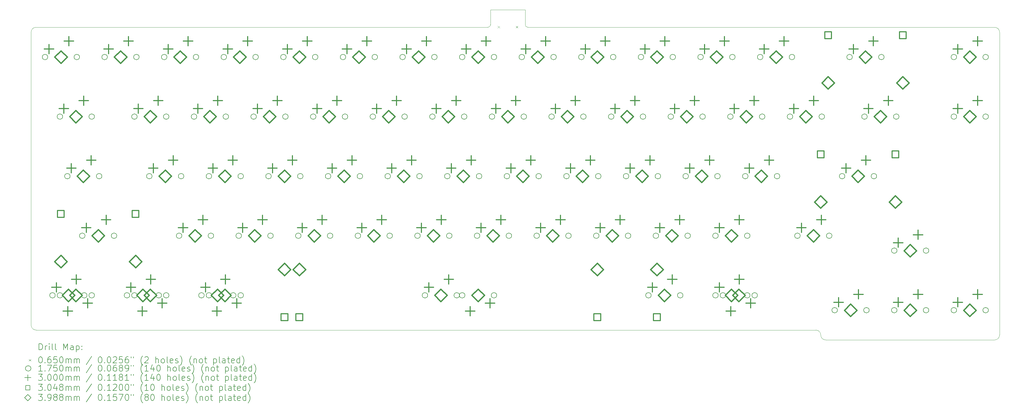
<source format=gbr>
%TF.GenerationSoftware,KiCad,Pcbnew,(6.0.10)*%
%TF.CreationDate,2023-05-22T00:42:56-07:00*%
%TF.ProjectId,LFK2,4c464b32-2e6b-4696-9361-645f70636258,rev?*%
%TF.SameCoordinates,Original*%
%TF.FileFunction,Drillmap*%
%TF.FilePolarity,Positive*%
%FSLAX45Y45*%
G04 Gerber Fmt 4.5, Leading zero omitted, Abs format (unit mm)*
G04 Created by KiCad (PCBNEW (6.0.10)) date 2023-05-22 00:42:56*
%MOMM*%
%LPD*%
G01*
G04 APERTURE LIST*
%ADD10C,0.100000*%
%ADD11C,0.200000*%
%ADD12C,0.065000*%
%ADD13C,0.175000*%
%ADD14C,0.300000*%
%ADD15C,0.304800*%
%ADD16C,0.398780*%
G04 APERTURE END LIST*
D10*
X21431250Y-4762500D02*
X36353750Y-4762500D01*
X5715000Y-4762500D02*
X20161250Y-4762500D01*
X21351870Y-4683125D02*
G75*
G03*
X21431250Y-4762500I79380J5D01*
G01*
X36353750Y-14763750D02*
G75*
G03*
X36512500Y-14605000I0J158750D01*
G01*
X21351875Y-4683125D02*
X21351875Y-4206875D01*
X36512500Y-4921250D02*
X36512500Y-14605000D01*
X36512500Y-4921250D02*
G75*
G03*
X36353750Y-4762500I-158750J0D01*
G01*
X5715000Y-4762500D02*
G75*
G03*
X5556250Y-4921250I0J-158750D01*
G01*
X5556250Y-14287500D02*
G75*
G03*
X5715000Y-14446250I158750J0D01*
G01*
X20240625Y-4683125D02*
X20240625Y-4206875D01*
X36353750Y-14763750D02*
X30956250Y-14763750D01*
X30797500Y-14605000D02*
G75*
G03*
X30638750Y-14446250I-158750J0D01*
G01*
X30638750Y-14446250D02*
X5715000Y-14446250D01*
X30797500Y-14605000D02*
G75*
G03*
X30956250Y-14763750I158750J0D01*
G01*
X5556250Y-14208125D02*
X5556250Y-4921250D01*
X5556250Y-14208125D02*
X5556250Y-14287500D01*
X20161250Y-4762495D02*
G75*
G03*
X20240625Y-4683125I0J79375D01*
G01*
X20240625Y-4206875D02*
X21351875Y-4206875D01*
D11*
D12*
X20474750Y-4720000D02*
X20539750Y-4785000D01*
X20539750Y-4720000D02*
X20474750Y-4785000D01*
X21052750Y-4720000D02*
X21117750Y-4785000D01*
X21117750Y-4720000D02*
X21052750Y-4785000D01*
D13*
X6088250Y-5715000D02*
G75*
G03*
X6088250Y-5715000I-87500J0D01*
G01*
X6326375Y-13335000D02*
G75*
G03*
X6326375Y-13335000I-87500J0D01*
G01*
X6564500Y-7620000D02*
G75*
G03*
X6564500Y-7620000I-87500J0D01*
G01*
X6564500Y-13335000D02*
G75*
G03*
X6564500Y-13335000I-87500J0D01*
G01*
X6802625Y-9525000D02*
G75*
G03*
X6802625Y-9525000I-87500J0D01*
G01*
X7104250Y-5715000D02*
G75*
G03*
X7104250Y-5715000I-87500J0D01*
G01*
X7278875Y-11430000D02*
G75*
G03*
X7278875Y-11430000I-87500J0D01*
G01*
X7342375Y-13335000D02*
G75*
G03*
X7342375Y-13335000I-87500J0D01*
G01*
X7580500Y-7620000D02*
G75*
G03*
X7580500Y-7620000I-87500J0D01*
G01*
X7580500Y-13335000D02*
G75*
G03*
X7580500Y-13335000I-87500J0D01*
G01*
X7818625Y-9525000D02*
G75*
G03*
X7818625Y-9525000I-87500J0D01*
G01*
X7993250Y-5715000D02*
G75*
G03*
X7993250Y-5715000I-87500J0D01*
G01*
X8294875Y-11430000D02*
G75*
G03*
X8294875Y-11430000I-87500J0D01*
G01*
X8707625Y-13335000D02*
G75*
G03*
X8707625Y-13335000I-87500J0D01*
G01*
X8945750Y-7620000D02*
G75*
G03*
X8945750Y-7620000I-87500J0D01*
G01*
X8945750Y-13335000D02*
G75*
G03*
X8945750Y-13335000I-87500J0D01*
G01*
X9009250Y-5715000D02*
G75*
G03*
X9009250Y-5715000I-87500J0D01*
G01*
X9422000Y-9525000D02*
G75*
G03*
X9422000Y-9525000I-87500J0D01*
G01*
X9723625Y-13335000D02*
G75*
G03*
X9723625Y-13335000I-87500J0D01*
G01*
X9898250Y-5715000D02*
G75*
G03*
X9898250Y-5715000I-87500J0D01*
G01*
X9961750Y-7620000D02*
G75*
G03*
X9961750Y-7620000I-87500J0D01*
G01*
X9961750Y-13335000D02*
G75*
G03*
X9961750Y-13335000I-87500J0D01*
G01*
X10374500Y-11430000D02*
G75*
G03*
X10374500Y-11430000I-87500J0D01*
G01*
X10438000Y-9525000D02*
G75*
G03*
X10438000Y-9525000I-87500J0D01*
G01*
X10850750Y-7620000D02*
G75*
G03*
X10850750Y-7620000I-87500J0D01*
G01*
X10914250Y-5715000D02*
G75*
G03*
X10914250Y-5715000I-87500J0D01*
G01*
X11088875Y-13335000D02*
G75*
G03*
X11088875Y-13335000I-87500J0D01*
G01*
X11327000Y-9525000D02*
G75*
G03*
X11327000Y-9525000I-87500J0D01*
G01*
X11327000Y-13335000D02*
G75*
G03*
X11327000Y-13335000I-87500J0D01*
G01*
X11390500Y-11430000D02*
G75*
G03*
X11390500Y-11430000I-87500J0D01*
G01*
X11803250Y-5715000D02*
G75*
G03*
X11803250Y-5715000I-87500J0D01*
G01*
X11866750Y-7620000D02*
G75*
G03*
X11866750Y-7620000I-87500J0D01*
G01*
X12104875Y-13335000D02*
G75*
G03*
X12104875Y-13335000I-87500J0D01*
G01*
X12279500Y-11430000D02*
G75*
G03*
X12279500Y-11430000I-87500J0D01*
G01*
X12343000Y-9525000D02*
G75*
G03*
X12343000Y-9525000I-87500J0D01*
G01*
X12343000Y-13335000D02*
G75*
G03*
X12343000Y-13335000I-87500J0D01*
G01*
X12755750Y-7620000D02*
G75*
G03*
X12755750Y-7620000I-87500J0D01*
G01*
X12819250Y-5715000D02*
G75*
G03*
X12819250Y-5715000I-87500J0D01*
G01*
X13232000Y-9525000D02*
G75*
G03*
X13232000Y-9525000I-87500J0D01*
G01*
X13295500Y-11430000D02*
G75*
G03*
X13295500Y-11430000I-87500J0D01*
G01*
X13708250Y-5715000D02*
G75*
G03*
X13708250Y-5715000I-87500J0D01*
G01*
X13771750Y-7620000D02*
G75*
G03*
X13771750Y-7620000I-87500J0D01*
G01*
X14184500Y-11430000D02*
G75*
G03*
X14184500Y-11430000I-87500J0D01*
G01*
X14248000Y-9525000D02*
G75*
G03*
X14248000Y-9525000I-87500J0D01*
G01*
X14660750Y-7620000D02*
G75*
G03*
X14660750Y-7620000I-87500J0D01*
G01*
X14724250Y-5715000D02*
G75*
G03*
X14724250Y-5715000I-87500J0D01*
G01*
X15137000Y-9525000D02*
G75*
G03*
X15137000Y-9525000I-87500J0D01*
G01*
X15200500Y-11430000D02*
G75*
G03*
X15200500Y-11430000I-87500J0D01*
G01*
X15613250Y-5715000D02*
G75*
G03*
X15613250Y-5715000I-87500J0D01*
G01*
X15676750Y-7620000D02*
G75*
G03*
X15676750Y-7620000I-87500J0D01*
G01*
X16089500Y-11430000D02*
G75*
G03*
X16089500Y-11430000I-87500J0D01*
G01*
X16153000Y-9525000D02*
G75*
G03*
X16153000Y-9525000I-87500J0D01*
G01*
X16565750Y-7620000D02*
G75*
G03*
X16565750Y-7620000I-87500J0D01*
G01*
X16629250Y-5715000D02*
G75*
G03*
X16629250Y-5715000I-87500J0D01*
G01*
X17042000Y-9525000D02*
G75*
G03*
X17042000Y-9525000I-87500J0D01*
G01*
X17105500Y-11430000D02*
G75*
G03*
X17105500Y-11430000I-87500J0D01*
G01*
X17518250Y-5715000D02*
G75*
G03*
X17518250Y-5715000I-87500J0D01*
G01*
X17581750Y-7620000D02*
G75*
G03*
X17581750Y-7620000I-87500J0D01*
G01*
X17994500Y-11430000D02*
G75*
G03*
X17994500Y-11430000I-87500J0D01*
G01*
X18058000Y-9525000D02*
G75*
G03*
X18058000Y-9525000I-87500J0D01*
G01*
X18232625Y-13335000D02*
G75*
G03*
X18232625Y-13335000I-87500J0D01*
G01*
X18470750Y-7620000D02*
G75*
G03*
X18470750Y-7620000I-87500J0D01*
G01*
X18534250Y-5715000D02*
G75*
G03*
X18534250Y-5715000I-87500J0D01*
G01*
X18947000Y-9525000D02*
G75*
G03*
X18947000Y-9525000I-87500J0D01*
G01*
X19010500Y-11430000D02*
G75*
G03*
X19010500Y-11430000I-87500J0D01*
G01*
X19248625Y-13335000D02*
G75*
G03*
X19248625Y-13335000I-87500J0D01*
G01*
X19423250Y-5715000D02*
G75*
G03*
X19423250Y-5715000I-87500J0D01*
G01*
X19423250Y-13335000D02*
G75*
G03*
X19423250Y-13335000I-87500J0D01*
G01*
X19486750Y-7620000D02*
G75*
G03*
X19486750Y-7620000I-87500J0D01*
G01*
X19899500Y-11430000D02*
G75*
G03*
X19899500Y-11430000I-87500J0D01*
G01*
X19963000Y-9525000D02*
G75*
G03*
X19963000Y-9525000I-87500J0D01*
G01*
X20375750Y-7620000D02*
G75*
G03*
X20375750Y-7620000I-87500J0D01*
G01*
X20439250Y-5715000D02*
G75*
G03*
X20439250Y-5715000I-87500J0D01*
G01*
X20439250Y-13335000D02*
G75*
G03*
X20439250Y-13335000I-87500J0D01*
G01*
X20852000Y-9525000D02*
G75*
G03*
X20852000Y-9525000I-87500J0D01*
G01*
X20915500Y-11430000D02*
G75*
G03*
X20915500Y-11430000I-87500J0D01*
G01*
X21328250Y-5715000D02*
G75*
G03*
X21328250Y-5715000I-87500J0D01*
G01*
X21391750Y-7620000D02*
G75*
G03*
X21391750Y-7620000I-87500J0D01*
G01*
X21804500Y-11430000D02*
G75*
G03*
X21804500Y-11430000I-87500J0D01*
G01*
X21868000Y-9525000D02*
G75*
G03*
X21868000Y-9525000I-87500J0D01*
G01*
X22280750Y-7620000D02*
G75*
G03*
X22280750Y-7620000I-87500J0D01*
G01*
X22344250Y-5715000D02*
G75*
G03*
X22344250Y-5715000I-87500J0D01*
G01*
X22757000Y-9525000D02*
G75*
G03*
X22757000Y-9525000I-87500J0D01*
G01*
X22820500Y-11430000D02*
G75*
G03*
X22820500Y-11430000I-87500J0D01*
G01*
X23233250Y-5715000D02*
G75*
G03*
X23233250Y-5715000I-87500J0D01*
G01*
X23296750Y-7620000D02*
G75*
G03*
X23296750Y-7620000I-87500J0D01*
G01*
X23709500Y-11430000D02*
G75*
G03*
X23709500Y-11430000I-87500J0D01*
G01*
X23773000Y-9525000D02*
G75*
G03*
X23773000Y-9525000I-87500J0D01*
G01*
X24185750Y-7620000D02*
G75*
G03*
X24185750Y-7620000I-87500J0D01*
G01*
X24249250Y-5715000D02*
G75*
G03*
X24249250Y-5715000I-87500J0D01*
G01*
X24662000Y-9525000D02*
G75*
G03*
X24662000Y-9525000I-87500J0D01*
G01*
X24725500Y-11430000D02*
G75*
G03*
X24725500Y-11430000I-87500J0D01*
G01*
X25138250Y-5715000D02*
G75*
G03*
X25138250Y-5715000I-87500J0D01*
G01*
X25201750Y-7620000D02*
G75*
G03*
X25201750Y-7620000I-87500J0D01*
G01*
X25376375Y-13335000D02*
G75*
G03*
X25376375Y-13335000I-87500J0D01*
G01*
X25614500Y-11430000D02*
G75*
G03*
X25614500Y-11430000I-87500J0D01*
G01*
X25678000Y-9525000D02*
G75*
G03*
X25678000Y-9525000I-87500J0D01*
G01*
X26090750Y-7620000D02*
G75*
G03*
X26090750Y-7620000I-87500J0D01*
G01*
X26154250Y-5715000D02*
G75*
G03*
X26154250Y-5715000I-87500J0D01*
G01*
X26392375Y-13335000D02*
G75*
G03*
X26392375Y-13335000I-87500J0D01*
G01*
X26567000Y-9525000D02*
G75*
G03*
X26567000Y-9525000I-87500J0D01*
G01*
X26630500Y-11430000D02*
G75*
G03*
X26630500Y-11430000I-87500J0D01*
G01*
X27043250Y-5715000D02*
G75*
G03*
X27043250Y-5715000I-87500J0D01*
G01*
X27106750Y-7620000D02*
G75*
G03*
X27106750Y-7620000I-87500J0D01*
G01*
X27519500Y-11430000D02*
G75*
G03*
X27519500Y-11430000I-87500J0D01*
G01*
X27519500Y-13335000D02*
G75*
G03*
X27519500Y-13335000I-87500J0D01*
G01*
X27583000Y-9525000D02*
G75*
G03*
X27583000Y-9525000I-87500J0D01*
G01*
X27755850Y-13335000D02*
G75*
G03*
X27755850Y-13335000I-87500J0D01*
G01*
X27995750Y-7620000D02*
G75*
G03*
X27995750Y-7620000I-87500J0D01*
G01*
X28059250Y-5715000D02*
G75*
G03*
X28059250Y-5715000I-87500J0D01*
G01*
X28472000Y-9525000D02*
G75*
G03*
X28472000Y-9525000I-87500J0D01*
G01*
X28535500Y-11430000D02*
G75*
G03*
X28535500Y-11430000I-87500J0D01*
G01*
X28535500Y-13335000D02*
G75*
G03*
X28535500Y-13335000I-87500J0D01*
G01*
X28771850Y-13335000D02*
G75*
G03*
X28771850Y-13335000I-87500J0D01*
G01*
X28948250Y-5715000D02*
G75*
G03*
X28948250Y-5715000I-87500J0D01*
G01*
X29011750Y-7620000D02*
G75*
G03*
X29011750Y-7620000I-87500J0D01*
G01*
X29488000Y-9525000D02*
G75*
G03*
X29488000Y-9525000I-87500J0D01*
G01*
X29900750Y-7620000D02*
G75*
G03*
X29900750Y-7620000I-87500J0D01*
G01*
X29964250Y-5715000D02*
G75*
G03*
X29964250Y-5715000I-87500J0D01*
G01*
X30138875Y-11430000D02*
G75*
G03*
X30138875Y-11430000I-87500J0D01*
G01*
X30916750Y-7620000D02*
G75*
G03*
X30916750Y-7620000I-87500J0D01*
G01*
X31154875Y-11430000D02*
G75*
G03*
X31154875Y-11430000I-87500J0D01*
G01*
X31329500Y-13811250D02*
G75*
G03*
X31329500Y-13811250I-87500J0D01*
G01*
X31567625Y-9525000D02*
G75*
G03*
X31567625Y-9525000I-87500J0D01*
G01*
X31805750Y-5715000D02*
G75*
G03*
X31805750Y-5715000I-87500J0D01*
G01*
X32282000Y-7620000D02*
G75*
G03*
X32282000Y-7620000I-87500J0D01*
G01*
X32345500Y-13811250D02*
G75*
G03*
X32345500Y-13811250I-87500J0D01*
G01*
X32583625Y-9525000D02*
G75*
G03*
X32583625Y-9525000I-87500J0D01*
G01*
X32821750Y-5715000D02*
G75*
G03*
X32821750Y-5715000I-87500J0D01*
G01*
X33234500Y-11905391D02*
G75*
G03*
X33234500Y-11905391I-87500J0D01*
G01*
X33234500Y-13811250D02*
G75*
G03*
X33234500Y-13811250I-87500J0D01*
G01*
X33298000Y-7620000D02*
G75*
G03*
X33298000Y-7620000I-87500J0D01*
G01*
X34250500Y-11905391D02*
G75*
G03*
X34250500Y-11905391I-87500J0D01*
G01*
X34250500Y-13811250D02*
G75*
G03*
X34250500Y-13811250I-87500J0D01*
G01*
X35139500Y-5715000D02*
G75*
G03*
X35139500Y-5715000I-87500J0D01*
G01*
X35139500Y-7620000D02*
G75*
G03*
X35139500Y-7620000I-87500J0D01*
G01*
X35139500Y-13811250D02*
G75*
G03*
X35139500Y-13811250I-87500J0D01*
G01*
X36155500Y-5715000D02*
G75*
G03*
X36155500Y-5715000I-87500J0D01*
G01*
X36155500Y-7620000D02*
G75*
G03*
X36155500Y-7620000I-87500J0D01*
G01*
X36155500Y-13811250D02*
G75*
G03*
X36155500Y-13811250I-87500J0D01*
G01*
D14*
X6127750Y-5311000D02*
X6127750Y-5611000D01*
X5977750Y-5461000D02*
X6277750Y-5461000D01*
X6365875Y-12931000D02*
X6365875Y-13231000D01*
X6215875Y-13081000D02*
X6515875Y-13081000D01*
X6604000Y-7216000D02*
X6604000Y-7516000D01*
X6454000Y-7366000D02*
X6754000Y-7366000D01*
X6731000Y-13693000D02*
X6731000Y-13993000D01*
X6581000Y-13843000D02*
X6881000Y-13843000D01*
X6762750Y-5057000D02*
X6762750Y-5357000D01*
X6612750Y-5207000D02*
X6912750Y-5207000D01*
X6842125Y-9121000D02*
X6842125Y-9421000D01*
X6692125Y-9271000D02*
X6992125Y-9271000D01*
X7000875Y-12677000D02*
X7000875Y-12977000D01*
X6850875Y-12827000D02*
X7150875Y-12827000D01*
X7239000Y-6962000D02*
X7239000Y-7262000D01*
X7089000Y-7112000D02*
X7389000Y-7112000D01*
X7318375Y-11026000D02*
X7318375Y-11326000D01*
X7168375Y-11176000D02*
X7468375Y-11176000D01*
X7366000Y-13439000D02*
X7366000Y-13739000D01*
X7216000Y-13589000D02*
X7516000Y-13589000D01*
X7477125Y-8867000D02*
X7477125Y-9167000D01*
X7327125Y-9017000D02*
X7627125Y-9017000D01*
X7953375Y-10772000D02*
X7953375Y-11072000D01*
X7803375Y-10922000D02*
X8103375Y-10922000D01*
X8032750Y-5311000D02*
X8032750Y-5611000D01*
X7882750Y-5461000D02*
X8182750Y-5461000D01*
X8667750Y-5057000D02*
X8667750Y-5357000D01*
X8517750Y-5207000D02*
X8817750Y-5207000D01*
X8747125Y-12931000D02*
X8747125Y-13231000D01*
X8597125Y-13081000D02*
X8897125Y-13081000D01*
X8985250Y-7216000D02*
X8985250Y-7516000D01*
X8835250Y-7366000D02*
X9135250Y-7366000D01*
X9112250Y-13693000D02*
X9112250Y-13993000D01*
X8962250Y-13843000D02*
X9262250Y-13843000D01*
X9382125Y-12677000D02*
X9382125Y-12977000D01*
X9232125Y-12827000D02*
X9532125Y-12827000D01*
X9461500Y-9121000D02*
X9461500Y-9421000D01*
X9311500Y-9271000D02*
X9611500Y-9271000D01*
X9620250Y-6962000D02*
X9620250Y-7262000D01*
X9470250Y-7112000D02*
X9770250Y-7112000D01*
X9747250Y-13439000D02*
X9747250Y-13739000D01*
X9597250Y-13589000D02*
X9897250Y-13589000D01*
X9937750Y-5311000D02*
X9937750Y-5611000D01*
X9787750Y-5461000D02*
X10087750Y-5461000D01*
X10096500Y-8867000D02*
X10096500Y-9167000D01*
X9946500Y-9017000D02*
X10246500Y-9017000D01*
X10414000Y-11026000D02*
X10414000Y-11326000D01*
X10264000Y-11176000D02*
X10564000Y-11176000D01*
X10572750Y-5057000D02*
X10572750Y-5357000D01*
X10422750Y-5207000D02*
X10722750Y-5207000D01*
X10890250Y-7216000D02*
X10890250Y-7516000D01*
X10740250Y-7366000D02*
X11040250Y-7366000D01*
X11049000Y-10772000D02*
X11049000Y-11072000D01*
X10899000Y-10922000D02*
X11199000Y-10922000D01*
X11128375Y-12931000D02*
X11128375Y-13231000D01*
X10978375Y-13081000D02*
X11278375Y-13081000D01*
X11366500Y-9121000D02*
X11366500Y-9421000D01*
X11216500Y-9271000D02*
X11516500Y-9271000D01*
X11493500Y-13693000D02*
X11493500Y-13993000D01*
X11343500Y-13843000D02*
X11643500Y-13843000D01*
X11525250Y-6962000D02*
X11525250Y-7262000D01*
X11375250Y-7112000D02*
X11675250Y-7112000D01*
X11763375Y-12677000D02*
X11763375Y-12977000D01*
X11613375Y-12827000D02*
X11913375Y-12827000D01*
X11842750Y-5311000D02*
X11842750Y-5611000D01*
X11692750Y-5461000D02*
X11992750Y-5461000D01*
X12001500Y-8867000D02*
X12001500Y-9167000D01*
X11851500Y-9017000D02*
X12151500Y-9017000D01*
X12128500Y-13439000D02*
X12128500Y-13739000D01*
X11978500Y-13589000D02*
X12278500Y-13589000D01*
X12319000Y-11026000D02*
X12319000Y-11326000D01*
X12169000Y-11176000D02*
X12469000Y-11176000D01*
X12477750Y-5057000D02*
X12477750Y-5357000D01*
X12327750Y-5207000D02*
X12627750Y-5207000D01*
X12795250Y-7216000D02*
X12795250Y-7516000D01*
X12645250Y-7366000D02*
X12945250Y-7366000D01*
X12954000Y-10772000D02*
X12954000Y-11072000D01*
X12804000Y-10922000D02*
X13104000Y-10922000D01*
X13271500Y-9121000D02*
X13271500Y-9421000D01*
X13121500Y-9271000D02*
X13421500Y-9271000D01*
X13430250Y-6962000D02*
X13430250Y-7262000D01*
X13280250Y-7112000D02*
X13580250Y-7112000D01*
X13747750Y-5311000D02*
X13747750Y-5611000D01*
X13597750Y-5461000D02*
X13897750Y-5461000D01*
X13906500Y-8867000D02*
X13906500Y-9167000D01*
X13756500Y-9017000D02*
X14056500Y-9017000D01*
X14224000Y-11026000D02*
X14224000Y-11326000D01*
X14074000Y-11176000D02*
X14374000Y-11176000D01*
X14382750Y-5057000D02*
X14382750Y-5357000D01*
X14232750Y-5207000D02*
X14532750Y-5207000D01*
X14700250Y-7216000D02*
X14700250Y-7516000D01*
X14550250Y-7366000D02*
X14850250Y-7366000D01*
X14859000Y-10772000D02*
X14859000Y-11072000D01*
X14709000Y-10922000D02*
X15009000Y-10922000D01*
X15176500Y-9121000D02*
X15176500Y-9421000D01*
X15026500Y-9271000D02*
X15326500Y-9271000D01*
X15335250Y-6962000D02*
X15335250Y-7262000D01*
X15185250Y-7112000D02*
X15485250Y-7112000D01*
X15652750Y-5311000D02*
X15652750Y-5611000D01*
X15502750Y-5461000D02*
X15802750Y-5461000D01*
X15811500Y-8867000D02*
X15811500Y-9167000D01*
X15661500Y-9017000D02*
X15961500Y-9017000D01*
X16129000Y-11026000D02*
X16129000Y-11326000D01*
X15979000Y-11176000D02*
X16279000Y-11176000D01*
X16287750Y-5057000D02*
X16287750Y-5357000D01*
X16137750Y-5207000D02*
X16437750Y-5207000D01*
X16605250Y-7216000D02*
X16605250Y-7516000D01*
X16455250Y-7366000D02*
X16755250Y-7366000D01*
X16764000Y-10772000D02*
X16764000Y-11072000D01*
X16614000Y-10922000D02*
X16914000Y-10922000D01*
X17081500Y-9121000D02*
X17081500Y-9421000D01*
X16931500Y-9271000D02*
X17231500Y-9271000D01*
X17240250Y-6962000D02*
X17240250Y-7262000D01*
X17090250Y-7112000D02*
X17390250Y-7112000D01*
X17557750Y-5311000D02*
X17557750Y-5611000D01*
X17407750Y-5461000D02*
X17707750Y-5461000D01*
X17716500Y-8867000D02*
X17716500Y-9167000D01*
X17566500Y-9017000D02*
X17866500Y-9017000D01*
X18034000Y-11026000D02*
X18034000Y-11326000D01*
X17884000Y-11176000D02*
X18184000Y-11176000D01*
X18192750Y-5057000D02*
X18192750Y-5357000D01*
X18042750Y-5207000D02*
X18342750Y-5207000D01*
X18272125Y-12931000D02*
X18272125Y-13231000D01*
X18122125Y-13081000D02*
X18422125Y-13081000D01*
X18510250Y-7216000D02*
X18510250Y-7516000D01*
X18360250Y-7366000D02*
X18660250Y-7366000D01*
X18669000Y-10772000D02*
X18669000Y-11072000D01*
X18519000Y-10922000D02*
X18819000Y-10922000D01*
X18907125Y-12677000D02*
X18907125Y-12977000D01*
X18757125Y-12827000D02*
X19057125Y-12827000D01*
X18986500Y-9121000D02*
X18986500Y-9421000D01*
X18836500Y-9271000D02*
X19136500Y-9271000D01*
X19145250Y-6962000D02*
X19145250Y-7262000D01*
X18995250Y-7112000D02*
X19295250Y-7112000D01*
X19462750Y-5311000D02*
X19462750Y-5611000D01*
X19312750Y-5461000D02*
X19612750Y-5461000D01*
X19589750Y-13693000D02*
X19589750Y-13993000D01*
X19439750Y-13843000D02*
X19739750Y-13843000D01*
X19621500Y-8867000D02*
X19621500Y-9167000D01*
X19471500Y-9017000D02*
X19771500Y-9017000D01*
X19939000Y-11026000D02*
X19939000Y-11326000D01*
X19789000Y-11176000D02*
X20089000Y-11176000D01*
X20097750Y-5057000D02*
X20097750Y-5357000D01*
X19947750Y-5207000D02*
X20247750Y-5207000D01*
X20224750Y-13439000D02*
X20224750Y-13739000D01*
X20074750Y-13589000D02*
X20374750Y-13589000D01*
X20415250Y-7216000D02*
X20415250Y-7516000D01*
X20265250Y-7366000D02*
X20565250Y-7366000D01*
X20574000Y-10772000D02*
X20574000Y-11072000D01*
X20424000Y-10922000D02*
X20724000Y-10922000D01*
X20891500Y-9121000D02*
X20891500Y-9421000D01*
X20741500Y-9271000D02*
X21041500Y-9271000D01*
X21050250Y-6962000D02*
X21050250Y-7262000D01*
X20900250Y-7112000D02*
X21200250Y-7112000D01*
X21367750Y-5311000D02*
X21367750Y-5611000D01*
X21217750Y-5461000D02*
X21517750Y-5461000D01*
X21526500Y-8867000D02*
X21526500Y-9167000D01*
X21376500Y-9017000D02*
X21676500Y-9017000D01*
X21844000Y-11026000D02*
X21844000Y-11326000D01*
X21694000Y-11176000D02*
X21994000Y-11176000D01*
X22002750Y-5057000D02*
X22002750Y-5357000D01*
X21852750Y-5207000D02*
X22152750Y-5207000D01*
X22320250Y-7216000D02*
X22320250Y-7516000D01*
X22170250Y-7366000D02*
X22470250Y-7366000D01*
X22479000Y-10772000D02*
X22479000Y-11072000D01*
X22329000Y-10922000D02*
X22629000Y-10922000D01*
X22796500Y-9121000D02*
X22796500Y-9421000D01*
X22646500Y-9271000D02*
X22946500Y-9271000D01*
X22955250Y-6962000D02*
X22955250Y-7262000D01*
X22805250Y-7112000D02*
X23105250Y-7112000D01*
X23272750Y-5311000D02*
X23272750Y-5611000D01*
X23122750Y-5461000D02*
X23422750Y-5461000D01*
X23431500Y-8867000D02*
X23431500Y-9167000D01*
X23281500Y-9017000D02*
X23581500Y-9017000D01*
X23749000Y-11026000D02*
X23749000Y-11326000D01*
X23599000Y-11176000D02*
X23899000Y-11176000D01*
X23907750Y-5057000D02*
X23907750Y-5357000D01*
X23757750Y-5207000D02*
X24057750Y-5207000D01*
X24225250Y-7216000D02*
X24225250Y-7516000D01*
X24075250Y-7366000D02*
X24375250Y-7366000D01*
X24384000Y-10772000D02*
X24384000Y-11072000D01*
X24234000Y-10922000D02*
X24534000Y-10922000D01*
X24701500Y-9121000D02*
X24701500Y-9421000D01*
X24551500Y-9271000D02*
X24851500Y-9271000D01*
X24860250Y-6962000D02*
X24860250Y-7262000D01*
X24710250Y-7112000D02*
X25010250Y-7112000D01*
X25177750Y-5311000D02*
X25177750Y-5611000D01*
X25027750Y-5461000D02*
X25327750Y-5461000D01*
X25336500Y-8867000D02*
X25336500Y-9167000D01*
X25186500Y-9017000D02*
X25486500Y-9017000D01*
X25415875Y-12931000D02*
X25415875Y-13231000D01*
X25265875Y-13081000D02*
X25565875Y-13081000D01*
X25654000Y-11026000D02*
X25654000Y-11326000D01*
X25504000Y-11176000D02*
X25804000Y-11176000D01*
X25812750Y-5057000D02*
X25812750Y-5357000D01*
X25662750Y-5207000D02*
X25962750Y-5207000D01*
X26050875Y-12677000D02*
X26050875Y-12977000D01*
X25900875Y-12827000D02*
X26200875Y-12827000D01*
X26130250Y-7216000D02*
X26130250Y-7516000D01*
X25980250Y-7366000D02*
X26280250Y-7366000D01*
X26289000Y-10772000D02*
X26289000Y-11072000D01*
X26139000Y-10922000D02*
X26439000Y-10922000D01*
X26606500Y-9121000D02*
X26606500Y-9421000D01*
X26456500Y-9271000D02*
X26756500Y-9271000D01*
X26765250Y-6962000D02*
X26765250Y-7262000D01*
X26615250Y-7112000D02*
X26915250Y-7112000D01*
X27082750Y-5311000D02*
X27082750Y-5611000D01*
X26932750Y-5461000D02*
X27232750Y-5461000D01*
X27241500Y-8867000D02*
X27241500Y-9167000D01*
X27091500Y-9017000D02*
X27391500Y-9017000D01*
X27559000Y-11026000D02*
X27559000Y-11326000D01*
X27409000Y-11176000D02*
X27709000Y-11176000D01*
X27559000Y-12931000D02*
X27559000Y-13231000D01*
X27409000Y-13081000D02*
X27709000Y-13081000D01*
X27717750Y-5057000D02*
X27717750Y-5357000D01*
X27567750Y-5207000D02*
X27867750Y-5207000D01*
X27922350Y-13693000D02*
X27922350Y-13993000D01*
X27772350Y-13843000D02*
X28072350Y-13843000D01*
X28035250Y-7216000D02*
X28035250Y-7516000D01*
X27885250Y-7366000D02*
X28185250Y-7366000D01*
X28194000Y-10772000D02*
X28194000Y-11072000D01*
X28044000Y-10922000D02*
X28344000Y-10922000D01*
X28194000Y-12677000D02*
X28194000Y-12977000D01*
X28044000Y-12827000D02*
X28344000Y-12827000D01*
X28511500Y-9121000D02*
X28511500Y-9421000D01*
X28361500Y-9271000D02*
X28661500Y-9271000D01*
X28557350Y-13439000D02*
X28557350Y-13739000D01*
X28407350Y-13589000D02*
X28707350Y-13589000D01*
X28670250Y-6962000D02*
X28670250Y-7262000D01*
X28520250Y-7112000D02*
X28820250Y-7112000D01*
X28987750Y-5311000D02*
X28987750Y-5611000D01*
X28837750Y-5461000D02*
X29137750Y-5461000D01*
X29146500Y-8867000D02*
X29146500Y-9167000D01*
X28996500Y-9017000D02*
X29296500Y-9017000D01*
X29622750Y-5057000D02*
X29622750Y-5357000D01*
X29472750Y-5207000D02*
X29772750Y-5207000D01*
X29940250Y-7216000D02*
X29940250Y-7516000D01*
X29790250Y-7366000D02*
X30090250Y-7366000D01*
X30178375Y-11026000D02*
X30178375Y-11326000D01*
X30028375Y-11176000D02*
X30328375Y-11176000D01*
X30575250Y-6962000D02*
X30575250Y-7262000D01*
X30425250Y-7112000D02*
X30725250Y-7112000D01*
X30813375Y-10772000D02*
X30813375Y-11072000D01*
X30663375Y-10922000D02*
X30963375Y-10922000D01*
X31369000Y-13407250D02*
X31369000Y-13707250D01*
X31219000Y-13557250D02*
X31519000Y-13557250D01*
X31607125Y-9121000D02*
X31607125Y-9421000D01*
X31457125Y-9271000D02*
X31757125Y-9271000D01*
X31845250Y-5311000D02*
X31845250Y-5611000D01*
X31695250Y-5461000D02*
X31995250Y-5461000D01*
X32004000Y-13153250D02*
X32004000Y-13453250D01*
X31854000Y-13303250D02*
X32154000Y-13303250D01*
X32242125Y-8867000D02*
X32242125Y-9167000D01*
X32092125Y-9017000D02*
X32392125Y-9017000D01*
X32321500Y-7216000D02*
X32321500Y-7516000D01*
X32171500Y-7366000D02*
X32471500Y-7366000D01*
X32480250Y-5057000D02*
X32480250Y-5357000D01*
X32330250Y-5207000D02*
X32630250Y-5207000D01*
X32956500Y-6962000D02*
X32956500Y-7262000D01*
X32806500Y-7112000D02*
X33106500Y-7112000D01*
X33274000Y-11501391D02*
X33274000Y-11801391D01*
X33124000Y-11651391D02*
X33424000Y-11651391D01*
X33274000Y-13407250D02*
X33274000Y-13707250D01*
X33124000Y-13557250D02*
X33424000Y-13557250D01*
X33909000Y-11247391D02*
X33909000Y-11547391D01*
X33759000Y-11397391D02*
X34059000Y-11397391D01*
X33909000Y-13153250D02*
X33909000Y-13453250D01*
X33759000Y-13303250D02*
X34059000Y-13303250D01*
X35179000Y-5311000D02*
X35179000Y-5611000D01*
X35029000Y-5461000D02*
X35329000Y-5461000D01*
X35179000Y-7216000D02*
X35179000Y-7516000D01*
X35029000Y-7366000D02*
X35329000Y-7366000D01*
X35179000Y-13407250D02*
X35179000Y-13707250D01*
X35029000Y-13557250D02*
X35329000Y-13557250D01*
X35814000Y-5057000D02*
X35814000Y-5357000D01*
X35664000Y-5207000D02*
X35964000Y-5207000D01*
X35814000Y-6962000D02*
X35814000Y-7262000D01*
X35664000Y-7112000D02*
X35964000Y-7112000D01*
X35814000Y-13153250D02*
X35814000Y-13453250D01*
X35664000Y-13303250D02*
X35964000Y-13303250D01*
D15*
X6613339Y-10839264D02*
X6613339Y-10623736D01*
X6397811Y-10623736D01*
X6397811Y-10839264D01*
X6613339Y-10839264D01*
X9000939Y-10839264D02*
X9000939Y-10623736D01*
X8785411Y-10623736D01*
X8785411Y-10839264D01*
X9000939Y-10839264D01*
X13760899Y-14141264D02*
X13760899Y-13925736D01*
X13545371Y-13925736D01*
X13545371Y-14141264D01*
X13760899Y-14141264D01*
X14236514Y-14141264D02*
X14236514Y-13925736D01*
X14020986Y-13925736D01*
X14020986Y-14141264D01*
X14236514Y-14141264D01*
X23760879Y-14141264D02*
X23760879Y-13925736D01*
X23545351Y-13925736D01*
X23545351Y-14141264D01*
X23760879Y-14141264D01*
X25666514Y-14141264D02*
X25666514Y-13925736D01*
X25450986Y-13925736D01*
X25450986Y-14141264D01*
X25666514Y-14141264D01*
X30902089Y-8934264D02*
X30902089Y-8718736D01*
X30686561Y-8718736D01*
X30686561Y-8934264D01*
X30902089Y-8934264D01*
X31140214Y-5124264D02*
X31140214Y-4908736D01*
X30924686Y-4908736D01*
X30924686Y-5124264D01*
X31140214Y-5124264D01*
X33289689Y-8934264D02*
X33289689Y-8718736D01*
X33074161Y-8718736D01*
X33074161Y-8934264D01*
X33289689Y-8934264D01*
X33527814Y-5124264D02*
X33527814Y-4908736D01*
X33312286Y-4908736D01*
X33312286Y-5124264D01*
X33527814Y-5124264D01*
D16*
X6505575Y-12454890D02*
X6704965Y-12255500D01*
X6505575Y-12056110D01*
X6306185Y-12255500D01*
X6505575Y-12454890D01*
X6508750Y-5914390D02*
X6708140Y-5715000D01*
X6508750Y-5515610D01*
X6309360Y-5715000D01*
X6508750Y-5914390D01*
X6746875Y-13534390D02*
X6946265Y-13335000D01*
X6746875Y-13135610D01*
X6547485Y-13335000D01*
X6746875Y-13534390D01*
X6985000Y-7819390D02*
X7184390Y-7620000D01*
X6985000Y-7420610D01*
X6785610Y-7620000D01*
X6985000Y-7819390D01*
X6985000Y-13534390D02*
X7184390Y-13335000D01*
X6985000Y-13135610D01*
X6785610Y-13335000D01*
X6985000Y-13534390D01*
X7223125Y-9724390D02*
X7422515Y-9525000D01*
X7223125Y-9325610D01*
X7023735Y-9525000D01*
X7223125Y-9724390D01*
X7699375Y-11629390D02*
X7898765Y-11430000D01*
X7699375Y-11230610D01*
X7499985Y-11430000D01*
X7699375Y-11629390D01*
X8413750Y-5914390D02*
X8613140Y-5715000D01*
X8413750Y-5515610D01*
X8214360Y-5715000D01*
X8413750Y-5914390D01*
X8893175Y-12454890D02*
X9092565Y-12255500D01*
X8893175Y-12056110D01*
X8693785Y-12255500D01*
X8893175Y-12454890D01*
X9128125Y-13534390D02*
X9327515Y-13335000D01*
X9128125Y-13135610D01*
X8928735Y-13335000D01*
X9128125Y-13534390D01*
X9366250Y-7819390D02*
X9565640Y-7620000D01*
X9366250Y-7420610D01*
X9166860Y-7620000D01*
X9366250Y-7819390D01*
X9366250Y-13534390D02*
X9565640Y-13335000D01*
X9366250Y-13135610D01*
X9166860Y-13335000D01*
X9366250Y-13534390D01*
X9842500Y-9724390D02*
X10041890Y-9525000D01*
X9842500Y-9325610D01*
X9643110Y-9525000D01*
X9842500Y-9724390D01*
X10318750Y-5914390D02*
X10518140Y-5715000D01*
X10318750Y-5515610D01*
X10119360Y-5715000D01*
X10318750Y-5914390D01*
X10795000Y-11629390D02*
X10994390Y-11430000D01*
X10795000Y-11230610D01*
X10595610Y-11430000D01*
X10795000Y-11629390D01*
X11271250Y-7819390D02*
X11470640Y-7620000D01*
X11271250Y-7420610D01*
X11071860Y-7620000D01*
X11271250Y-7819390D01*
X11509375Y-13534390D02*
X11708765Y-13335000D01*
X11509375Y-13135610D01*
X11309985Y-13335000D01*
X11509375Y-13534390D01*
X11747500Y-9724390D02*
X11946890Y-9525000D01*
X11747500Y-9325610D01*
X11548110Y-9525000D01*
X11747500Y-9724390D01*
X11747500Y-13534390D02*
X11946890Y-13335000D01*
X11747500Y-13135610D01*
X11548110Y-13335000D01*
X11747500Y-13534390D01*
X12223750Y-5914390D02*
X12423140Y-5715000D01*
X12223750Y-5515610D01*
X12024360Y-5715000D01*
X12223750Y-5914390D01*
X12700000Y-11629390D02*
X12899390Y-11430000D01*
X12700000Y-11230610D01*
X12500610Y-11430000D01*
X12700000Y-11629390D01*
X13176250Y-7819390D02*
X13375640Y-7620000D01*
X13176250Y-7420610D01*
X12976860Y-7620000D01*
X13176250Y-7819390D01*
X13652500Y-9724390D02*
X13851890Y-9525000D01*
X13652500Y-9325610D01*
X13453110Y-9525000D01*
X13652500Y-9724390D01*
X13653135Y-12708890D02*
X13852525Y-12509500D01*
X13653135Y-12310110D01*
X13453745Y-12509500D01*
X13653135Y-12708890D01*
X14128750Y-5914390D02*
X14328140Y-5715000D01*
X14128750Y-5515610D01*
X13929360Y-5715000D01*
X14128750Y-5914390D01*
X14128750Y-12708890D02*
X14328140Y-12509500D01*
X14128750Y-12310110D01*
X13929360Y-12509500D01*
X14128750Y-12708890D01*
X14605000Y-11629390D02*
X14804390Y-11430000D01*
X14605000Y-11230610D01*
X14405610Y-11430000D01*
X14605000Y-11629390D01*
X15081250Y-7819390D02*
X15280640Y-7620000D01*
X15081250Y-7420610D01*
X14881860Y-7620000D01*
X15081250Y-7819390D01*
X15557500Y-9724390D02*
X15756890Y-9525000D01*
X15557500Y-9325610D01*
X15358110Y-9525000D01*
X15557500Y-9724390D01*
X16033750Y-5914390D02*
X16233140Y-5715000D01*
X16033750Y-5515610D01*
X15834360Y-5715000D01*
X16033750Y-5914390D01*
X16510000Y-11629390D02*
X16709390Y-11430000D01*
X16510000Y-11230610D01*
X16310610Y-11430000D01*
X16510000Y-11629390D01*
X16986250Y-7819390D02*
X17185640Y-7620000D01*
X16986250Y-7420610D01*
X16786860Y-7620000D01*
X16986250Y-7819390D01*
X17462500Y-9724390D02*
X17661890Y-9525000D01*
X17462500Y-9325610D01*
X17263110Y-9525000D01*
X17462500Y-9724390D01*
X17938750Y-5914390D02*
X18138140Y-5715000D01*
X17938750Y-5515610D01*
X17739360Y-5715000D01*
X17938750Y-5914390D01*
X18415000Y-11629390D02*
X18614390Y-11430000D01*
X18415000Y-11230610D01*
X18215610Y-11430000D01*
X18415000Y-11629390D01*
X18653125Y-13534390D02*
X18852515Y-13335000D01*
X18653125Y-13135610D01*
X18453735Y-13335000D01*
X18653125Y-13534390D01*
X18891250Y-7819390D02*
X19090640Y-7620000D01*
X18891250Y-7420610D01*
X18691860Y-7620000D01*
X18891250Y-7819390D01*
X19367500Y-9724390D02*
X19566890Y-9525000D01*
X19367500Y-9325610D01*
X19168110Y-9525000D01*
X19367500Y-9724390D01*
X19843750Y-5914390D02*
X20043140Y-5715000D01*
X19843750Y-5515610D01*
X19644360Y-5715000D01*
X19843750Y-5914390D01*
X19843750Y-13534390D02*
X20043140Y-13335000D01*
X19843750Y-13135610D01*
X19644360Y-13335000D01*
X19843750Y-13534390D01*
X20320000Y-11629390D02*
X20519390Y-11430000D01*
X20320000Y-11230610D01*
X20120610Y-11430000D01*
X20320000Y-11629390D01*
X20796250Y-7819390D02*
X20995640Y-7620000D01*
X20796250Y-7420610D01*
X20596860Y-7620000D01*
X20796250Y-7819390D01*
X21272500Y-9724390D02*
X21471890Y-9525000D01*
X21272500Y-9325610D01*
X21073110Y-9525000D01*
X21272500Y-9724390D01*
X21748750Y-5914390D02*
X21948140Y-5715000D01*
X21748750Y-5515610D01*
X21549360Y-5715000D01*
X21748750Y-5914390D01*
X22225000Y-11629390D02*
X22424390Y-11430000D01*
X22225000Y-11230610D01*
X22025610Y-11430000D01*
X22225000Y-11629390D01*
X22701250Y-7819390D02*
X22900640Y-7620000D01*
X22701250Y-7420610D01*
X22501860Y-7620000D01*
X22701250Y-7819390D01*
X23177500Y-9724390D02*
X23376890Y-9525000D01*
X23177500Y-9325610D01*
X22978110Y-9525000D01*
X23177500Y-9724390D01*
X23653115Y-12708890D02*
X23852505Y-12509500D01*
X23653115Y-12310110D01*
X23453725Y-12509500D01*
X23653115Y-12708890D01*
X23653750Y-5914390D02*
X23853140Y-5715000D01*
X23653750Y-5515610D01*
X23454360Y-5715000D01*
X23653750Y-5914390D01*
X24130000Y-11629390D02*
X24329390Y-11430000D01*
X24130000Y-11230610D01*
X23930610Y-11430000D01*
X24130000Y-11629390D01*
X24606250Y-7819390D02*
X24805640Y-7620000D01*
X24606250Y-7420610D01*
X24406860Y-7620000D01*
X24606250Y-7819390D01*
X25082500Y-9724390D02*
X25281890Y-9525000D01*
X25082500Y-9325610D01*
X24883110Y-9525000D01*
X25082500Y-9724390D01*
X25558750Y-5914390D02*
X25758140Y-5715000D01*
X25558750Y-5515610D01*
X25359360Y-5715000D01*
X25558750Y-5914390D01*
X25558750Y-12708890D02*
X25758140Y-12509500D01*
X25558750Y-12310110D01*
X25359360Y-12509500D01*
X25558750Y-12708890D01*
X25796875Y-13534390D02*
X25996265Y-13335000D01*
X25796875Y-13135610D01*
X25597485Y-13335000D01*
X25796875Y-13534390D01*
X26035000Y-11629390D02*
X26234390Y-11430000D01*
X26035000Y-11230610D01*
X25835610Y-11430000D01*
X26035000Y-11629390D01*
X26511250Y-7819390D02*
X26710640Y-7620000D01*
X26511250Y-7420610D01*
X26311860Y-7620000D01*
X26511250Y-7819390D01*
X26987500Y-9724390D02*
X27186890Y-9525000D01*
X26987500Y-9325610D01*
X26788110Y-9525000D01*
X26987500Y-9724390D01*
X27463750Y-5914390D02*
X27663140Y-5715000D01*
X27463750Y-5515610D01*
X27264360Y-5715000D01*
X27463750Y-5914390D01*
X27940000Y-11629390D02*
X28139390Y-11430000D01*
X27940000Y-11230610D01*
X27740610Y-11430000D01*
X27940000Y-11629390D01*
X27940000Y-13534390D02*
X28139390Y-13335000D01*
X27940000Y-13135610D01*
X27740610Y-13335000D01*
X27940000Y-13534390D01*
X28176350Y-13534390D02*
X28375740Y-13335000D01*
X28176350Y-13135610D01*
X27976960Y-13335000D01*
X28176350Y-13534390D01*
X28416250Y-7819390D02*
X28615640Y-7620000D01*
X28416250Y-7420610D01*
X28216860Y-7620000D01*
X28416250Y-7819390D01*
X28892500Y-9724390D02*
X29091890Y-9525000D01*
X28892500Y-9325610D01*
X28693110Y-9525000D01*
X28892500Y-9724390D01*
X29368750Y-5914390D02*
X29568140Y-5715000D01*
X29368750Y-5515610D01*
X29169360Y-5715000D01*
X29368750Y-5914390D01*
X30321250Y-7819390D02*
X30520640Y-7620000D01*
X30321250Y-7420610D01*
X30121860Y-7620000D01*
X30321250Y-7819390D01*
X30559375Y-11629390D02*
X30758765Y-11430000D01*
X30559375Y-11230610D01*
X30359985Y-11430000D01*
X30559375Y-11629390D01*
X30794325Y-10549890D02*
X30993715Y-10350500D01*
X30794325Y-10151110D01*
X30594935Y-10350500D01*
X30794325Y-10549890D01*
X31032450Y-6739890D02*
X31231840Y-6540500D01*
X31032450Y-6341110D01*
X30833060Y-6540500D01*
X31032450Y-6739890D01*
X31750000Y-14010640D02*
X31949390Y-13811250D01*
X31750000Y-13611860D01*
X31550610Y-13811250D01*
X31750000Y-14010640D01*
X31988125Y-9724390D02*
X32187515Y-9525000D01*
X31988125Y-9325610D01*
X31788735Y-9525000D01*
X31988125Y-9724390D01*
X32226250Y-5914390D02*
X32425640Y-5715000D01*
X32226250Y-5515610D01*
X32026860Y-5715000D01*
X32226250Y-5914390D01*
X32702500Y-7819390D02*
X32901890Y-7620000D01*
X32702500Y-7420610D01*
X32503110Y-7620000D01*
X32702500Y-7819390D01*
X33181925Y-10549890D02*
X33381315Y-10350500D01*
X33181925Y-10151110D01*
X32982535Y-10350500D01*
X33181925Y-10549890D01*
X33420050Y-6739890D02*
X33619440Y-6540500D01*
X33420050Y-6341110D01*
X33220660Y-6540500D01*
X33420050Y-6739890D01*
X33655000Y-12104781D02*
X33854390Y-11905391D01*
X33655000Y-11706001D01*
X33455610Y-11905391D01*
X33655000Y-12104781D01*
X33655000Y-14010640D02*
X33854390Y-13811250D01*
X33655000Y-13611860D01*
X33455610Y-13811250D01*
X33655000Y-14010640D01*
X35560000Y-5914390D02*
X35759390Y-5715000D01*
X35560000Y-5515610D01*
X35360610Y-5715000D01*
X35560000Y-5914390D01*
X35560000Y-7819390D02*
X35759390Y-7620000D01*
X35560000Y-7420610D01*
X35360610Y-7620000D01*
X35560000Y-7819390D01*
X35560000Y-14010640D02*
X35759390Y-13811250D01*
X35560000Y-13611860D01*
X35360610Y-13811250D01*
X35560000Y-14010640D01*
D11*
X5808869Y-15079226D02*
X5808869Y-14879226D01*
X5856488Y-14879226D01*
X5885059Y-14888750D01*
X5904107Y-14907798D01*
X5913631Y-14926845D01*
X5923155Y-14964940D01*
X5923155Y-14993512D01*
X5913631Y-15031607D01*
X5904107Y-15050655D01*
X5885059Y-15069702D01*
X5856488Y-15079226D01*
X5808869Y-15079226D01*
X6008869Y-15079226D02*
X6008869Y-14945893D01*
X6008869Y-14983988D02*
X6018393Y-14964940D01*
X6027917Y-14955417D01*
X6046964Y-14945893D01*
X6066012Y-14945893D01*
X6132678Y-15079226D02*
X6132678Y-14945893D01*
X6132678Y-14879226D02*
X6123155Y-14888750D01*
X6132678Y-14898274D01*
X6142202Y-14888750D01*
X6132678Y-14879226D01*
X6132678Y-14898274D01*
X6256488Y-15079226D02*
X6237440Y-15069702D01*
X6227917Y-15050655D01*
X6227917Y-14879226D01*
X6361250Y-15079226D02*
X6342202Y-15069702D01*
X6332678Y-15050655D01*
X6332678Y-14879226D01*
X6589821Y-15079226D02*
X6589821Y-14879226D01*
X6656488Y-15022083D01*
X6723155Y-14879226D01*
X6723155Y-15079226D01*
X6904107Y-15079226D02*
X6904107Y-14974464D01*
X6894583Y-14955417D01*
X6875536Y-14945893D01*
X6837440Y-14945893D01*
X6818393Y-14955417D01*
X6904107Y-15069702D02*
X6885059Y-15079226D01*
X6837440Y-15079226D01*
X6818393Y-15069702D01*
X6808869Y-15050655D01*
X6808869Y-15031607D01*
X6818393Y-15012559D01*
X6837440Y-15003036D01*
X6885059Y-15003036D01*
X6904107Y-14993512D01*
X6999345Y-14945893D02*
X6999345Y-15145893D01*
X6999345Y-14955417D02*
X7018393Y-14945893D01*
X7056488Y-14945893D01*
X7075536Y-14955417D01*
X7085059Y-14964940D01*
X7094583Y-14983988D01*
X7094583Y-15041131D01*
X7085059Y-15060178D01*
X7075536Y-15069702D01*
X7056488Y-15079226D01*
X7018393Y-15079226D01*
X6999345Y-15069702D01*
X7180298Y-15060178D02*
X7189821Y-15069702D01*
X7180298Y-15079226D01*
X7170774Y-15069702D01*
X7180298Y-15060178D01*
X7180298Y-15079226D01*
X7180298Y-14955417D02*
X7189821Y-14964940D01*
X7180298Y-14974464D01*
X7170774Y-14964940D01*
X7180298Y-14955417D01*
X7180298Y-14974464D01*
D12*
X5486250Y-15376250D02*
X5551250Y-15441250D01*
X5551250Y-15376250D02*
X5486250Y-15441250D01*
D11*
X5846964Y-15299226D02*
X5866012Y-15299226D01*
X5885059Y-15308750D01*
X5894583Y-15318274D01*
X5904107Y-15337321D01*
X5913631Y-15375417D01*
X5913631Y-15423036D01*
X5904107Y-15461131D01*
X5894583Y-15480178D01*
X5885059Y-15489702D01*
X5866012Y-15499226D01*
X5846964Y-15499226D01*
X5827917Y-15489702D01*
X5818393Y-15480178D01*
X5808869Y-15461131D01*
X5799345Y-15423036D01*
X5799345Y-15375417D01*
X5808869Y-15337321D01*
X5818393Y-15318274D01*
X5827917Y-15308750D01*
X5846964Y-15299226D01*
X5999345Y-15480178D02*
X6008869Y-15489702D01*
X5999345Y-15499226D01*
X5989821Y-15489702D01*
X5999345Y-15480178D01*
X5999345Y-15499226D01*
X6180298Y-15299226D02*
X6142202Y-15299226D01*
X6123155Y-15308750D01*
X6113631Y-15318274D01*
X6094583Y-15346845D01*
X6085059Y-15384940D01*
X6085059Y-15461131D01*
X6094583Y-15480178D01*
X6104107Y-15489702D01*
X6123155Y-15499226D01*
X6161250Y-15499226D01*
X6180298Y-15489702D01*
X6189821Y-15480178D01*
X6199345Y-15461131D01*
X6199345Y-15413512D01*
X6189821Y-15394464D01*
X6180298Y-15384940D01*
X6161250Y-15375417D01*
X6123155Y-15375417D01*
X6104107Y-15384940D01*
X6094583Y-15394464D01*
X6085059Y-15413512D01*
X6380298Y-15299226D02*
X6285059Y-15299226D01*
X6275536Y-15394464D01*
X6285059Y-15384940D01*
X6304107Y-15375417D01*
X6351726Y-15375417D01*
X6370774Y-15384940D01*
X6380298Y-15394464D01*
X6389821Y-15413512D01*
X6389821Y-15461131D01*
X6380298Y-15480178D01*
X6370774Y-15489702D01*
X6351726Y-15499226D01*
X6304107Y-15499226D01*
X6285059Y-15489702D01*
X6275536Y-15480178D01*
X6513631Y-15299226D02*
X6532678Y-15299226D01*
X6551726Y-15308750D01*
X6561250Y-15318274D01*
X6570774Y-15337321D01*
X6580298Y-15375417D01*
X6580298Y-15423036D01*
X6570774Y-15461131D01*
X6561250Y-15480178D01*
X6551726Y-15489702D01*
X6532678Y-15499226D01*
X6513631Y-15499226D01*
X6494583Y-15489702D01*
X6485059Y-15480178D01*
X6475536Y-15461131D01*
X6466012Y-15423036D01*
X6466012Y-15375417D01*
X6475536Y-15337321D01*
X6485059Y-15318274D01*
X6494583Y-15308750D01*
X6513631Y-15299226D01*
X6666012Y-15499226D02*
X6666012Y-15365893D01*
X6666012Y-15384940D02*
X6675536Y-15375417D01*
X6694583Y-15365893D01*
X6723155Y-15365893D01*
X6742202Y-15375417D01*
X6751726Y-15394464D01*
X6751726Y-15499226D01*
X6751726Y-15394464D02*
X6761250Y-15375417D01*
X6780298Y-15365893D01*
X6808869Y-15365893D01*
X6827917Y-15375417D01*
X6837440Y-15394464D01*
X6837440Y-15499226D01*
X6932678Y-15499226D02*
X6932678Y-15365893D01*
X6932678Y-15384940D02*
X6942202Y-15375417D01*
X6961250Y-15365893D01*
X6989821Y-15365893D01*
X7008869Y-15375417D01*
X7018393Y-15394464D01*
X7018393Y-15499226D01*
X7018393Y-15394464D02*
X7027917Y-15375417D01*
X7046964Y-15365893D01*
X7075536Y-15365893D01*
X7094583Y-15375417D01*
X7104107Y-15394464D01*
X7104107Y-15499226D01*
X7494583Y-15289702D02*
X7323155Y-15546845D01*
X7751726Y-15299226D02*
X7770774Y-15299226D01*
X7789821Y-15308750D01*
X7799345Y-15318274D01*
X7808869Y-15337321D01*
X7818393Y-15375417D01*
X7818393Y-15423036D01*
X7808869Y-15461131D01*
X7799345Y-15480178D01*
X7789821Y-15489702D01*
X7770774Y-15499226D01*
X7751726Y-15499226D01*
X7732678Y-15489702D01*
X7723155Y-15480178D01*
X7713631Y-15461131D01*
X7704107Y-15423036D01*
X7704107Y-15375417D01*
X7713631Y-15337321D01*
X7723155Y-15318274D01*
X7732678Y-15308750D01*
X7751726Y-15299226D01*
X7904107Y-15480178D02*
X7913631Y-15489702D01*
X7904107Y-15499226D01*
X7894583Y-15489702D01*
X7904107Y-15480178D01*
X7904107Y-15499226D01*
X8037440Y-15299226D02*
X8056488Y-15299226D01*
X8075536Y-15308750D01*
X8085059Y-15318274D01*
X8094583Y-15337321D01*
X8104107Y-15375417D01*
X8104107Y-15423036D01*
X8094583Y-15461131D01*
X8085059Y-15480178D01*
X8075536Y-15489702D01*
X8056488Y-15499226D01*
X8037440Y-15499226D01*
X8018393Y-15489702D01*
X8008869Y-15480178D01*
X7999345Y-15461131D01*
X7989821Y-15423036D01*
X7989821Y-15375417D01*
X7999345Y-15337321D01*
X8008869Y-15318274D01*
X8018393Y-15308750D01*
X8037440Y-15299226D01*
X8180298Y-15318274D02*
X8189821Y-15308750D01*
X8208869Y-15299226D01*
X8256488Y-15299226D01*
X8275536Y-15308750D01*
X8285059Y-15318274D01*
X8294583Y-15337321D01*
X8294583Y-15356369D01*
X8285059Y-15384940D01*
X8170774Y-15499226D01*
X8294583Y-15499226D01*
X8475536Y-15299226D02*
X8380298Y-15299226D01*
X8370774Y-15394464D01*
X8380298Y-15384940D01*
X8399345Y-15375417D01*
X8446964Y-15375417D01*
X8466012Y-15384940D01*
X8475536Y-15394464D01*
X8485060Y-15413512D01*
X8485060Y-15461131D01*
X8475536Y-15480178D01*
X8466012Y-15489702D01*
X8446964Y-15499226D01*
X8399345Y-15499226D01*
X8380298Y-15489702D01*
X8370774Y-15480178D01*
X8656488Y-15299226D02*
X8618393Y-15299226D01*
X8599345Y-15308750D01*
X8589821Y-15318274D01*
X8570774Y-15346845D01*
X8561250Y-15384940D01*
X8561250Y-15461131D01*
X8570774Y-15480178D01*
X8580298Y-15489702D01*
X8599345Y-15499226D01*
X8637440Y-15499226D01*
X8656488Y-15489702D01*
X8666012Y-15480178D01*
X8675536Y-15461131D01*
X8675536Y-15413512D01*
X8666012Y-15394464D01*
X8656488Y-15384940D01*
X8637440Y-15375417D01*
X8599345Y-15375417D01*
X8580298Y-15384940D01*
X8570774Y-15394464D01*
X8561250Y-15413512D01*
X8751726Y-15299226D02*
X8751726Y-15337321D01*
X8827917Y-15299226D02*
X8827917Y-15337321D01*
X9123155Y-15575417D02*
X9113631Y-15565893D01*
X9094583Y-15537321D01*
X9085060Y-15518274D01*
X9075536Y-15489702D01*
X9066012Y-15442083D01*
X9066012Y-15403988D01*
X9075536Y-15356369D01*
X9085060Y-15327798D01*
X9094583Y-15308750D01*
X9113631Y-15280178D01*
X9123155Y-15270655D01*
X9189821Y-15318274D02*
X9199345Y-15308750D01*
X9218393Y-15299226D01*
X9266012Y-15299226D01*
X9285060Y-15308750D01*
X9294583Y-15318274D01*
X9304107Y-15337321D01*
X9304107Y-15356369D01*
X9294583Y-15384940D01*
X9180298Y-15499226D01*
X9304107Y-15499226D01*
X9542202Y-15499226D02*
X9542202Y-15299226D01*
X9627917Y-15499226D02*
X9627917Y-15394464D01*
X9618393Y-15375417D01*
X9599345Y-15365893D01*
X9570774Y-15365893D01*
X9551726Y-15375417D01*
X9542202Y-15384940D01*
X9751726Y-15499226D02*
X9732679Y-15489702D01*
X9723155Y-15480178D01*
X9713631Y-15461131D01*
X9713631Y-15403988D01*
X9723155Y-15384940D01*
X9732679Y-15375417D01*
X9751726Y-15365893D01*
X9780298Y-15365893D01*
X9799345Y-15375417D01*
X9808869Y-15384940D01*
X9818393Y-15403988D01*
X9818393Y-15461131D01*
X9808869Y-15480178D01*
X9799345Y-15489702D01*
X9780298Y-15499226D01*
X9751726Y-15499226D01*
X9932679Y-15499226D02*
X9913631Y-15489702D01*
X9904107Y-15470655D01*
X9904107Y-15299226D01*
X10085060Y-15489702D02*
X10066012Y-15499226D01*
X10027917Y-15499226D01*
X10008869Y-15489702D01*
X9999345Y-15470655D01*
X9999345Y-15394464D01*
X10008869Y-15375417D01*
X10027917Y-15365893D01*
X10066012Y-15365893D01*
X10085060Y-15375417D01*
X10094583Y-15394464D01*
X10094583Y-15413512D01*
X9999345Y-15432559D01*
X10170774Y-15489702D02*
X10189821Y-15499226D01*
X10227917Y-15499226D01*
X10246964Y-15489702D01*
X10256488Y-15470655D01*
X10256488Y-15461131D01*
X10246964Y-15442083D01*
X10227917Y-15432559D01*
X10199345Y-15432559D01*
X10180298Y-15423036D01*
X10170774Y-15403988D01*
X10170774Y-15394464D01*
X10180298Y-15375417D01*
X10199345Y-15365893D01*
X10227917Y-15365893D01*
X10246964Y-15375417D01*
X10323155Y-15575417D02*
X10332679Y-15565893D01*
X10351726Y-15537321D01*
X10361250Y-15518274D01*
X10370774Y-15489702D01*
X10380298Y-15442083D01*
X10380298Y-15403988D01*
X10370774Y-15356369D01*
X10361250Y-15327798D01*
X10351726Y-15308750D01*
X10332679Y-15280178D01*
X10323155Y-15270655D01*
X10685060Y-15575417D02*
X10675536Y-15565893D01*
X10656488Y-15537321D01*
X10646964Y-15518274D01*
X10637440Y-15489702D01*
X10627917Y-15442083D01*
X10627917Y-15403988D01*
X10637440Y-15356369D01*
X10646964Y-15327798D01*
X10656488Y-15308750D01*
X10675536Y-15280178D01*
X10685060Y-15270655D01*
X10761250Y-15365893D02*
X10761250Y-15499226D01*
X10761250Y-15384940D02*
X10770774Y-15375417D01*
X10789821Y-15365893D01*
X10818393Y-15365893D01*
X10837440Y-15375417D01*
X10846964Y-15394464D01*
X10846964Y-15499226D01*
X10970774Y-15499226D02*
X10951726Y-15489702D01*
X10942202Y-15480178D01*
X10932679Y-15461131D01*
X10932679Y-15403988D01*
X10942202Y-15384940D01*
X10951726Y-15375417D01*
X10970774Y-15365893D01*
X10999345Y-15365893D01*
X11018393Y-15375417D01*
X11027917Y-15384940D01*
X11037440Y-15403988D01*
X11037440Y-15461131D01*
X11027917Y-15480178D01*
X11018393Y-15489702D01*
X10999345Y-15499226D01*
X10970774Y-15499226D01*
X11094583Y-15365893D02*
X11170774Y-15365893D01*
X11123155Y-15299226D02*
X11123155Y-15470655D01*
X11132679Y-15489702D01*
X11151726Y-15499226D01*
X11170774Y-15499226D01*
X11389821Y-15365893D02*
X11389821Y-15565893D01*
X11389821Y-15375417D02*
X11408869Y-15365893D01*
X11446964Y-15365893D01*
X11466012Y-15375417D01*
X11475536Y-15384940D01*
X11485059Y-15403988D01*
X11485059Y-15461131D01*
X11475536Y-15480178D01*
X11466012Y-15489702D01*
X11446964Y-15499226D01*
X11408869Y-15499226D01*
X11389821Y-15489702D01*
X11599345Y-15499226D02*
X11580298Y-15489702D01*
X11570774Y-15470655D01*
X11570774Y-15299226D01*
X11761250Y-15499226D02*
X11761250Y-15394464D01*
X11751726Y-15375417D01*
X11732678Y-15365893D01*
X11694583Y-15365893D01*
X11675536Y-15375417D01*
X11761250Y-15489702D02*
X11742202Y-15499226D01*
X11694583Y-15499226D01*
X11675536Y-15489702D01*
X11666012Y-15470655D01*
X11666012Y-15451607D01*
X11675536Y-15432559D01*
X11694583Y-15423036D01*
X11742202Y-15423036D01*
X11761250Y-15413512D01*
X11827917Y-15365893D02*
X11904107Y-15365893D01*
X11856488Y-15299226D02*
X11856488Y-15470655D01*
X11866012Y-15489702D01*
X11885059Y-15499226D01*
X11904107Y-15499226D01*
X12046964Y-15489702D02*
X12027917Y-15499226D01*
X11989821Y-15499226D01*
X11970774Y-15489702D01*
X11961250Y-15470655D01*
X11961250Y-15394464D01*
X11970774Y-15375417D01*
X11989821Y-15365893D01*
X12027917Y-15365893D01*
X12046964Y-15375417D01*
X12056488Y-15394464D01*
X12056488Y-15413512D01*
X11961250Y-15432559D01*
X12227917Y-15499226D02*
X12227917Y-15299226D01*
X12227917Y-15489702D02*
X12208869Y-15499226D01*
X12170774Y-15499226D01*
X12151726Y-15489702D01*
X12142202Y-15480178D01*
X12132678Y-15461131D01*
X12132678Y-15403988D01*
X12142202Y-15384940D01*
X12151726Y-15375417D01*
X12170774Y-15365893D01*
X12208869Y-15365893D01*
X12227917Y-15375417D01*
X12304107Y-15575417D02*
X12313631Y-15565893D01*
X12332678Y-15537321D01*
X12342202Y-15518274D01*
X12351726Y-15489702D01*
X12361250Y-15442083D01*
X12361250Y-15403988D01*
X12351726Y-15356369D01*
X12342202Y-15327798D01*
X12332678Y-15308750D01*
X12313631Y-15280178D01*
X12304107Y-15270655D01*
D13*
X5551250Y-15672750D02*
G75*
G03*
X5551250Y-15672750I-87500J0D01*
G01*
D11*
X5913631Y-15763226D02*
X5799345Y-15763226D01*
X5856488Y-15763226D02*
X5856488Y-15563226D01*
X5837440Y-15591798D01*
X5818393Y-15610845D01*
X5799345Y-15620369D01*
X5999345Y-15744178D02*
X6008869Y-15753702D01*
X5999345Y-15763226D01*
X5989821Y-15753702D01*
X5999345Y-15744178D01*
X5999345Y-15763226D01*
X6075536Y-15563226D02*
X6208869Y-15563226D01*
X6123155Y-15763226D01*
X6380298Y-15563226D02*
X6285059Y-15563226D01*
X6275536Y-15658464D01*
X6285059Y-15648940D01*
X6304107Y-15639417D01*
X6351726Y-15639417D01*
X6370774Y-15648940D01*
X6380298Y-15658464D01*
X6389821Y-15677512D01*
X6389821Y-15725131D01*
X6380298Y-15744178D01*
X6370774Y-15753702D01*
X6351726Y-15763226D01*
X6304107Y-15763226D01*
X6285059Y-15753702D01*
X6275536Y-15744178D01*
X6513631Y-15563226D02*
X6532678Y-15563226D01*
X6551726Y-15572750D01*
X6561250Y-15582274D01*
X6570774Y-15601321D01*
X6580298Y-15639417D01*
X6580298Y-15687036D01*
X6570774Y-15725131D01*
X6561250Y-15744178D01*
X6551726Y-15753702D01*
X6532678Y-15763226D01*
X6513631Y-15763226D01*
X6494583Y-15753702D01*
X6485059Y-15744178D01*
X6475536Y-15725131D01*
X6466012Y-15687036D01*
X6466012Y-15639417D01*
X6475536Y-15601321D01*
X6485059Y-15582274D01*
X6494583Y-15572750D01*
X6513631Y-15563226D01*
X6666012Y-15763226D02*
X6666012Y-15629893D01*
X6666012Y-15648940D02*
X6675536Y-15639417D01*
X6694583Y-15629893D01*
X6723155Y-15629893D01*
X6742202Y-15639417D01*
X6751726Y-15658464D01*
X6751726Y-15763226D01*
X6751726Y-15658464D02*
X6761250Y-15639417D01*
X6780298Y-15629893D01*
X6808869Y-15629893D01*
X6827917Y-15639417D01*
X6837440Y-15658464D01*
X6837440Y-15763226D01*
X6932678Y-15763226D02*
X6932678Y-15629893D01*
X6932678Y-15648940D02*
X6942202Y-15639417D01*
X6961250Y-15629893D01*
X6989821Y-15629893D01*
X7008869Y-15639417D01*
X7018393Y-15658464D01*
X7018393Y-15763226D01*
X7018393Y-15658464D02*
X7027917Y-15639417D01*
X7046964Y-15629893D01*
X7075536Y-15629893D01*
X7094583Y-15639417D01*
X7104107Y-15658464D01*
X7104107Y-15763226D01*
X7494583Y-15553702D02*
X7323155Y-15810845D01*
X7751726Y-15563226D02*
X7770774Y-15563226D01*
X7789821Y-15572750D01*
X7799345Y-15582274D01*
X7808869Y-15601321D01*
X7818393Y-15639417D01*
X7818393Y-15687036D01*
X7808869Y-15725131D01*
X7799345Y-15744178D01*
X7789821Y-15753702D01*
X7770774Y-15763226D01*
X7751726Y-15763226D01*
X7732678Y-15753702D01*
X7723155Y-15744178D01*
X7713631Y-15725131D01*
X7704107Y-15687036D01*
X7704107Y-15639417D01*
X7713631Y-15601321D01*
X7723155Y-15582274D01*
X7732678Y-15572750D01*
X7751726Y-15563226D01*
X7904107Y-15744178D02*
X7913631Y-15753702D01*
X7904107Y-15763226D01*
X7894583Y-15753702D01*
X7904107Y-15744178D01*
X7904107Y-15763226D01*
X8037440Y-15563226D02*
X8056488Y-15563226D01*
X8075536Y-15572750D01*
X8085059Y-15582274D01*
X8094583Y-15601321D01*
X8104107Y-15639417D01*
X8104107Y-15687036D01*
X8094583Y-15725131D01*
X8085059Y-15744178D01*
X8075536Y-15753702D01*
X8056488Y-15763226D01*
X8037440Y-15763226D01*
X8018393Y-15753702D01*
X8008869Y-15744178D01*
X7999345Y-15725131D01*
X7989821Y-15687036D01*
X7989821Y-15639417D01*
X7999345Y-15601321D01*
X8008869Y-15582274D01*
X8018393Y-15572750D01*
X8037440Y-15563226D01*
X8275536Y-15563226D02*
X8237440Y-15563226D01*
X8218393Y-15572750D01*
X8208869Y-15582274D01*
X8189821Y-15610845D01*
X8180298Y-15648940D01*
X8180298Y-15725131D01*
X8189821Y-15744178D01*
X8199345Y-15753702D01*
X8218393Y-15763226D01*
X8256488Y-15763226D01*
X8275536Y-15753702D01*
X8285059Y-15744178D01*
X8294583Y-15725131D01*
X8294583Y-15677512D01*
X8285059Y-15658464D01*
X8275536Y-15648940D01*
X8256488Y-15639417D01*
X8218393Y-15639417D01*
X8199345Y-15648940D01*
X8189821Y-15658464D01*
X8180298Y-15677512D01*
X8408869Y-15648940D02*
X8389821Y-15639417D01*
X8380298Y-15629893D01*
X8370774Y-15610845D01*
X8370774Y-15601321D01*
X8380298Y-15582274D01*
X8389821Y-15572750D01*
X8408869Y-15563226D01*
X8446964Y-15563226D01*
X8466012Y-15572750D01*
X8475536Y-15582274D01*
X8485060Y-15601321D01*
X8485060Y-15610845D01*
X8475536Y-15629893D01*
X8466012Y-15639417D01*
X8446964Y-15648940D01*
X8408869Y-15648940D01*
X8389821Y-15658464D01*
X8380298Y-15667988D01*
X8370774Y-15687036D01*
X8370774Y-15725131D01*
X8380298Y-15744178D01*
X8389821Y-15753702D01*
X8408869Y-15763226D01*
X8446964Y-15763226D01*
X8466012Y-15753702D01*
X8475536Y-15744178D01*
X8485060Y-15725131D01*
X8485060Y-15687036D01*
X8475536Y-15667988D01*
X8466012Y-15658464D01*
X8446964Y-15648940D01*
X8580298Y-15763226D02*
X8618393Y-15763226D01*
X8637440Y-15753702D01*
X8646964Y-15744178D01*
X8666012Y-15715607D01*
X8675536Y-15677512D01*
X8675536Y-15601321D01*
X8666012Y-15582274D01*
X8656488Y-15572750D01*
X8637440Y-15563226D01*
X8599345Y-15563226D01*
X8580298Y-15572750D01*
X8570774Y-15582274D01*
X8561250Y-15601321D01*
X8561250Y-15648940D01*
X8570774Y-15667988D01*
X8580298Y-15677512D01*
X8599345Y-15687036D01*
X8637440Y-15687036D01*
X8656488Y-15677512D01*
X8666012Y-15667988D01*
X8675536Y-15648940D01*
X8751726Y-15563226D02*
X8751726Y-15601321D01*
X8827917Y-15563226D02*
X8827917Y-15601321D01*
X9123155Y-15839417D02*
X9113631Y-15829893D01*
X9094583Y-15801321D01*
X9085060Y-15782274D01*
X9075536Y-15753702D01*
X9066012Y-15706083D01*
X9066012Y-15667988D01*
X9075536Y-15620369D01*
X9085060Y-15591798D01*
X9094583Y-15572750D01*
X9113631Y-15544178D01*
X9123155Y-15534655D01*
X9304107Y-15763226D02*
X9189821Y-15763226D01*
X9246964Y-15763226D02*
X9246964Y-15563226D01*
X9227917Y-15591798D01*
X9208869Y-15610845D01*
X9189821Y-15620369D01*
X9475536Y-15629893D02*
X9475536Y-15763226D01*
X9427917Y-15553702D02*
X9380298Y-15696559D01*
X9504107Y-15696559D01*
X9618393Y-15563226D02*
X9637440Y-15563226D01*
X9656488Y-15572750D01*
X9666012Y-15582274D01*
X9675536Y-15601321D01*
X9685060Y-15639417D01*
X9685060Y-15687036D01*
X9675536Y-15725131D01*
X9666012Y-15744178D01*
X9656488Y-15753702D01*
X9637440Y-15763226D01*
X9618393Y-15763226D01*
X9599345Y-15753702D01*
X9589821Y-15744178D01*
X9580298Y-15725131D01*
X9570774Y-15687036D01*
X9570774Y-15639417D01*
X9580298Y-15601321D01*
X9589821Y-15582274D01*
X9599345Y-15572750D01*
X9618393Y-15563226D01*
X9923155Y-15763226D02*
X9923155Y-15563226D01*
X10008869Y-15763226D02*
X10008869Y-15658464D01*
X9999345Y-15639417D01*
X9980298Y-15629893D01*
X9951726Y-15629893D01*
X9932679Y-15639417D01*
X9923155Y-15648940D01*
X10132679Y-15763226D02*
X10113631Y-15753702D01*
X10104107Y-15744178D01*
X10094583Y-15725131D01*
X10094583Y-15667988D01*
X10104107Y-15648940D01*
X10113631Y-15639417D01*
X10132679Y-15629893D01*
X10161250Y-15629893D01*
X10180298Y-15639417D01*
X10189821Y-15648940D01*
X10199345Y-15667988D01*
X10199345Y-15725131D01*
X10189821Y-15744178D01*
X10180298Y-15753702D01*
X10161250Y-15763226D01*
X10132679Y-15763226D01*
X10313631Y-15763226D02*
X10294583Y-15753702D01*
X10285060Y-15734655D01*
X10285060Y-15563226D01*
X10466012Y-15753702D02*
X10446964Y-15763226D01*
X10408869Y-15763226D01*
X10389821Y-15753702D01*
X10380298Y-15734655D01*
X10380298Y-15658464D01*
X10389821Y-15639417D01*
X10408869Y-15629893D01*
X10446964Y-15629893D01*
X10466012Y-15639417D01*
X10475536Y-15658464D01*
X10475536Y-15677512D01*
X10380298Y-15696559D01*
X10551726Y-15753702D02*
X10570774Y-15763226D01*
X10608869Y-15763226D01*
X10627917Y-15753702D01*
X10637440Y-15734655D01*
X10637440Y-15725131D01*
X10627917Y-15706083D01*
X10608869Y-15696559D01*
X10580298Y-15696559D01*
X10561250Y-15687036D01*
X10551726Y-15667988D01*
X10551726Y-15658464D01*
X10561250Y-15639417D01*
X10580298Y-15629893D01*
X10608869Y-15629893D01*
X10627917Y-15639417D01*
X10704107Y-15839417D02*
X10713631Y-15829893D01*
X10732679Y-15801321D01*
X10742202Y-15782274D01*
X10751726Y-15753702D01*
X10761250Y-15706083D01*
X10761250Y-15667988D01*
X10751726Y-15620369D01*
X10742202Y-15591798D01*
X10732679Y-15572750D01*
X10713631Y-15544178D01*
X10704107Y-15534655D01*
X11066012Y-15839417D02*
X11056488Y-15829893D01*
X11037440Y-15801321D01*
X11027917Y-15782274D01*
X11018393Y-15753702D01*
X11008869Y-15706083D01*
X11008869Y-15667988D01*
X11018393Y-15620369D01*
X11027917Y-15591798D01*
X11037440Y-15572750D01*
X11056488Y-15544178D01*
X11066012Y-15534655D01*
X11142202Y-15629893D02*
X11142202Y-15763226D01*
X11142202Y-15648940D02*
X11151726Y-15639417D01*
X11170774Y-15629893D01*
X11199345Y-15629893D01*
X11218393Y-15639417D01*
X11227917Y-15658464D01*
X11227917Y-15763226D01*
X11351726Y-15763226D02*
X11332678Y-15753702D01*
X11323155Y-15744178D01*
X11313631Y-15725131D01*
X11313631Y-15667988D01*
X11323155Y-15648940D01*
X11332678Y-15639417D01*
X11351726Y-15629893D01*
X11380298Y-15629893D01*
X11399345Y-15639417D01*
X11408869Y-15648940D01*
X11418393Y-15667988D01*
X11418393Y-15725131D01*
X11408869Y-15744178D01*
X11399345Y-15753702D01*
X11380298Y-15763226D01*
X11351726Y-15763226D01*
X11475536Y-15629893D02*
X11551726Y-15629893D01*
X11504107Y-15563226D02*
X11504107Y-15734655D01*
X11513631Y-15753702D01*
X11532678Y-15763226D01*
X11551726Y-15763226D01*
X11770774Y-15629893D02*
X11770774Y-15829893D01*
X11770774Y-15639417D02*
X11789821Y-15629893D01*
X11827917Y-15629893D01*
X11846964Y-15639417D01*
X11856488Y-15648940D01*
X11866012Y-15667988D01*
X11866012Y-15725131D01*
X11856488Y-15744178D01*
X11846964Y-15753702D01*
X11827917Y-15763226D01*
X11789821Y-15763226D01*
X11770774Y-15753702D01*
X11980298Y-15763226D02*
X11961250Y-15753702D01*
X11951726Y-15734655D01*
X11951726Y-15563226D01*
X12142202Y-15763226D02*
X12142202Y-15658464D01*
X12132678Y-15639417D01*
X12113631Y-15629893D01*
X12075536Y-15629893D01*
X12056488Y-15639417D01*
X12142202Y-15753702D02*
X12123155Y-15763226D01*
X12075536Y-15763226D01*
X12056488Y-15753702D01*
X12046964Y-15734655D01*
X12046964Y-15715607D01*
X12056488Y-15696559D01*
X12075536Y-15687036D01*
X12123155Y-15687036D01*
X12142202Y-15677512D01*
X12208869Y-15629893D02*
X12285059Y-15629893D01*
X12237440Y-15563226D02*
X12237440Y-15734655D01*
X12246964Y-15753702D01*
X12266012Y-15763226D01*
X12285059Y-15763226D01*
X12427917Y-15753702D02*
X12408869Y-15763226D01*
X12370774Y-15763226D01*
X12351726Y-15753702D01*
X12342202Y-15734655D01*
X12342202Y-15658464D01*
X12351726Y-15639417D01*
X12370774Y-15629893D01*
X12408869Y-15629893D01*
X12427917Y-15639417D01*
X12437440Y-15658464D01*
X12437440Y-15677512D01*
X12342202Y-15696559D01*
X12608869Y-15763226D02*
X12608869Y-15563226D01*
X12608869Y-15753702D02*
X12589821Y-15763226D01*
X12551726Y-15763226D01*
X12532678Y-15753702D01*
X12523155Y-15744178D01*
X12513631Y-15725131D01*
X12513631Y-15667988D01*
X12523155Y-15648940D01*
X12532678Y-15639417D01*
X12551726Y-15629893D01*
X12589821Y-15629893D01*
X12608869Y-15639417D01*
X12685059Y-15839417D02*
X12694583Y-15829893D01*
X12713631Y-15801321D01*
X12723155Y-15782274D01*
X12732678Y-15753702D01*
X12742202Y-15706083D01*
X12742202Y-15667988D01*
X12732678Y-15620369D01*
X12723155Y-15591798D01*
X12713631Y-15572750D01*
X12694583Y-15544178D01*
X12685059Y-15534655D01*
X5451250Y-15867750D02*
X5451250Y-16067750D01*
X5351250Y-15967750D02*
X5551250Y-15967750D01*
X5789821Y-15858226D02*
X5913631Y-15858226D01*
X5846964Y-15934417D01*
X5875536Y-15934417D01*
X5894583Y-15943940D01*
X5904107Y-15953464D01*
X5913631Y-15972512D01*
X5913631Y-16020131D01*
X5904107Y-16039178D01*
X5894583Y-16048702D01*
X5875536Y-16058226D01*
X5818393Y-16058226D01*
X5799345Y-16048702D01*
X5789821Y-16039178D01*
X5999345Y-16039178D02*
X6008869Y-16048702D01*
X5999345Y-16058226D01*
X5989821Y-16048702D01*
X5999345Y-16039178D01*
X5999345Y-16058226D01*
X6132678Y-15858226D02*
X6151726Y-15858226D01*
X6170774Y-15867750D01*
X6180298Y-15877274D01*
X6189821Y-15896321D01*
X6199345Y-15934417D01*
X6199345Y-15982036D01*
X6189821Y-16020131D01*
X6180298Y-16039178D01*
X6170774Y-16048702D01*
X6151726Y-16058226D01*
X6132678Y-16058226D01*
X6113631Y-16048702D01*
X6104107Y-16039178D01*
X6094583Y-16020131D01*
X6085059Y-15982036D01*
X6085059Y-15934417D01*
X6094583Y-15896321D01*
X6104107Y-15877274D01*
X6113631Y-15867750D01*
X6132678Y-15858226D01*
X6323155Y-15858226D02*
X6342202Y-15858226D01*
X6361250Y-15867750D01*
X6370774Y-15877274D01*
X6380298Y-15896321D01*
X6389821Y-15934417D01*
X6389821Y-15982036D01*
X6380298Y-16020131D01*
X6370774Y-16039178D01*
X6361250Y-16048702D01*
X6342202Y-16058226D01*
X6323155Y-16058226D01*
X6304107Y-16048702D01*
X6294583Y-16039178D01*
X6285059Y-16020131D01*
X6275536Y-15982036D01*
X6275536Y-15934417D01*
X6285059Y-15896321D01*
X6294583Y-15877274D01*
X6304107Y-15867750D01*
X6323155Y-15858226D01*
X6513631Y-15858226D02*
X6532678Y-15858226D01*
X6551726Y-15867750D01*
X6561250Y-15877274D01*
X6570774Y-15896321D01*
X6580298Y-15934417D01*
X6580298Y-15982036D01*
X6570774Y-16020131D01*
X6561250Y-16039178D01*
X6551726Y-16048702D01*
X6532678Y-16058226D01*
X6513631Y-16058226D01*
X6494583Y-16048702D01*
X6485059Y-16039178D01*
X6475536Y-16020131D01*
X6466012Y-15982036D01*
X6466012Y-15934417D01*
X6475536Y-15896321D01*
X6485059Y-15877274D01*
X6494583Y-15867750D01*
X6513631Y-15858226D01*
X6666012Y-16058226D02*
X6666012Y-15924893D01*
X6666012Y-15943940D02*
X6675536Y-15934417D01*
X6694583Y-15924893D01*
X6723155Y-15924893D01*
X6742202Y-15934417D01*
X6751726Y-15953464D01*
X6751726Y-16058226D01*
X6751726Y-15953464D02*
X6761250Y-15934417D01*
X6780298Y-15924893D01*
X6808869Y-15924893D01*
X6827917Y-15934417D01*
X6837440Y-15953464D01*
X6837440Y-16058226D01*
X6932678Y-16058226D02*
X6932678Y-15924893D01*
X6932678Y-15943940D02*
X6942202Y-15934417D01*
X6961250Y-15924893D01*
X6989821Y-15924893D01*
X7008869Y-15934417D01*
X7018393Y-15953464D01*
X7018393Y-16058226D01*
X7018393Y-15953464D02*
X7027917Y-15934417D01*
X7046964Y-15924893D01*
X7075536Y-15924893D01*
X7094583Y-15934417D01*
X7104107Y-15953464D01*
X7104107Y-16058226D01*
X7494583Y-15848702D02*
X7323155Y-16105845D01*
X7751726Y-15858226D02*
X7770774Y-15858226D01*
X7789821Y-15867750D01*
X7799345Y-15877274D01*
X7808869Y-15896321D01*
X7818393Y-15934417D01*
X7818393Y-15982036D01*
X7808869Y-16020131D01*
X7799345Y-16039178D01*
X7789821Y-16048702D01*
X7770774Y-16058226D01*
X7751726Y-16058226D01*
X7732678Y-16048702D01*
X7723155Y-16039178D01*
X7713631Y-16020131D01*
X7704107Y-15982036D01*
X7704107Y-15934417D01*
X7713631Y-15896321D01*
X7723155Y-15877274D01*
X7732678Y-15867750D01*
X7751726Y-15858226D01*
X7904107Y-16039178D02*
X7913631Y-16048702D01*
X7904107Y-16058226D01*
X7894583Y-16048702D01*
X7904107Y-16039178D01*
X7904107Y-16058226D01*
X8104107Y-16058226D02*
X7989821Y-16058226D01*
X8046964Y-16058226D02*
X8046964Y-15858226D01*
X8027917Y-15886798D01*
X8008869Y-15905845D01*
X7989821Y-15915369D01*
X8294583Y-16058226D02*
X8180298Y-16058226D01*
X8237440Y-16058226D02*
X8237440Y-15858226D01*
X8218393Y-15886798D01*
X8199345Y-15905845D01*
X8180298Y-15915369D01*
X8408869Y-15943940D02*
X8389821Y-15934417D01*
X8380298Y-15924893D01*
X8370774Y-15905845D01*
X8370774Y-15896321D01*
X8380298Y-15877274D01*
X8389821Y-15867750D01*
X8408869Y-15858226D01*
X8446964Y-15858226D01*
X8466012Y-15867750D01*
X8475536Y-15877274D01*
X8485060Y-15896321D01*
X8485060Y-15905845D01*
X8475536Y-15924893D01*
X8466012Y-15934417D01*
X8446964Y-15943940D01*
X8408869Y-15943940D01*
X8389821Y-15953464D01*
X8380298Y-15962988D01*
X8370774Y-15982036D01*
X8370774Y-16020131D01*
X8380298Y-16039178D01*
X8389821Y-16048702D01*
X8408869Y-16058226D01*
X8446964Y-16058226D01*
X8466012Y-16048702D01*
X8475536Y-16039178D01*
X8485060Y-16020131D01*
X8485060Y-15982036D01*
X8475536Y-15962988D01*
X8466012Y-15953464D01*
X8446964Y-15943940D01*
X8675536Y-16058226D02*
X8561250Y-16058226D01*
X8618393Y-16058226D02*
X8618393Y-15858226D01*
X8599345Y-15886798D01*
X8580298Y-15905845D01*
X8561250Y-15915369D01*
X8751726Y-15858226D02*
X8751726Y-15896321D01*
X8827917Y-15858226D02*
X8827917Y-15896321D01*
X9123155Y-16134417D02*
X9113631Y-16124893D01*
X9094583Y-16096321D01*
X9085060Y-16077274D01*
X9075536Y-16048702D01*
X9066012Y-16001083D01*
X9066012Y-15962988D01*
X9075536Y-15915369D01*
X9085060Y-15886798D01*
X9094583Y-15867750D01*
X9113631Y-15839178D01*
X9123155Y-15829655D01*
X9304107Y-16058226D02*
X9189821Y-16058226D01*
X9246964Y-16058226D02*
X9246964Y-15858226D01*
X9227917Y-15886798D01*
X9208869Y-15905845D01*
X9189821Y-15915369D01*
X9475536Y-15924893D02*
X9475536Y-16058226D01*
X9427917Y-15848702D02*
X9380298Y-15991559D01*
X9504107Y-15991559D01*
X9618393Y-15858226D02*
X9637440Y-15858226D01*
X9656488Y-15867750D01*
X9666012Y-15877274D01*
X9675536Y-15896321D01*
X9685060Y-15934417D01*
X9685060Y-15982036D01*
X9675536Y-16020131D01*
X9666012Y-16039178D01*
X9656488Y-16048702D01*
X9637440Y-16058226D01*
X9618393Y-16058226D01*
X9599345Y-16048702D01*
X9589821Y-16039178D01*
X9580298Y-16020131D01*
X9570774Y-15982036D01*
X9570774Y-15934417D01*
X9580298Y-15896321D01*
X9589821Y-15877274D01*
X9599345Y-15867750D01*
X9618393Y-15858226D01*
X9923155Y-16058226D02*
X9923155Y-15858226D01*
X10008869Y-16058226D02*
X10008869Y-15953464D01*
X9999345Y-15934417D01*
X9980298Y-15924893D01*
X9951726Y-15924893D01*
X9932679Y-15934417D01*
X9923155Y-15943940D01*
X10132679Y-16058226D02*
X10113631Y-16048702D01*
X10104107Y-16039178D01*
X10094583Y-16020131D01*
X10094583Y-15962988D01*
X10104107Y-15943940D01*
X10113631Y-15934417D01*
X10132679Y-15924893D01*
X10161250Y-15924893D01*
X10180298Y-15934417D01*
X10189821Y-15943940D01*
X10199345Y-15962988D01*
X10199345Y-16020131D01*
X10189821Y-16039178D01*
X10180298Y-16048702D01*
X10161250Y-16058226D01*
X10132679Y-16058226D01*
X10313631Y-16058226D02*
X10294583Y-16048702D01*
X10285060Y-16029655D01*
X10285060Y-15858226D01*
X10466012Y-16048702D02*
X10446964Y-16058226D01*
X10408869Y-16058226D01*
X10389821Y-16048702D01*
X10380298Y-16029655D01*
X10380298Y-15953464D01*
X10389821Y-15934417D01*
X10408869Y-15924893D01*
X10446964Y-15924893D01*
X10466012Y-15934417D01*
X10475536Y-15953464D01*
X10475536Y-15972512D01*
X10380298Y-15991559D01*
X10551726Y-16048702D02*
X10570774Y-16058226D01*
X10608869Y-16058226D01*
X10627917Y-16048702D01*
X10637440Y-16029655D01*
X10637440Y-16020131D01*
X10627917Y-16001083D01*
X10608869Y-15991559D01*
X10580298Y-15991559D01*
X10561250Y-15982036D01*
X10551726Y-15962988D01*
X10551726Y-15953464D01*
X10561250Y-15934417D01*
X10580298Y-15924893D01*
X10608869Y-15924893D01*
X10627917Y-15934417D01*
X10704107Y-16134417D02*
X10713631Y-16124893D01*
X10732679Y-16096321D01*
X10742202Y-16077274D01*
X10751726Y-16048702D01*
X10761250Y-16001083D01*
X10761250Y-15962988D01*
X10751726Y-15915369D01*
X10742202Y-15886798D01*
X10732679Y-15867750D01*
X10713631Y-15839178D01*
X10704107Y-15829655D01*
X11066012Y-16134417D02*
X11056488Y-16124893D01*
X11037440Y-16096321D01*
X11027917Y-16077274D01*
X11018393Y-16048702D01*
X11008869Y-16001083D01*
X11008869Y-15962988D01*
X11018393Y-15915369D01*
X11027917Y-15886798D01*
X11037440Y-15867750D01*
X11056488Y-15839178D01*
X11066012Y-15829655D01*
X11142202Y-15924893D02*
X11142202Y-16058226D01*
X11142202Y-15943940D02*
X11151726Y-15934417D01*
X11170774Y-15924893D01*
X11199345Y-15924893D01*
X11218393Y-15934417D01*
X11227917Y-15953464D01*
X11227917Y-16058226D01*
X11351726Y-16058226D02*
X11332678Y-16048702D01*
X11323155Y-16039178D01*
X11313631Y-16020131D01*
X11313631Y-15962988D01*
X11323155Y-15943940D01*
X11332678Y-15934417D01*
X11351726Y-15924893D01*
X11380298Y-15924893D01*
X11399345Y-15934417D01*
X11408869Y-15943940D01*
X11418393Y-15962988D01*
X11418393Y-16020131D01*
X11408869Y-16039178D01*
X11399345Y-16048702D01*
X11380298Y-16058226D01*
X11351726Y-16058226D01*
X11475536Y-15924893D02*
X11551726Y-15924893D01*
X11504107Y-15858226D02*
X11504107Y-16029655D01*
X11513631Y-16048702D01*
X11532678Y-16058226D01*
X11551726Y-16058226D01*
X11770774Y-15924893D02*
X11770774Y-16124893D01*
X11770774Y-15934417D02*
X11789821Y-15924893D01*
X11827917Y-15924893D01*
X11846964Y-15934417D01*
X11856488Y-15943940D01*
X11866012Y-15962988D01*
X11866012Y-16020131D01*
X11856488Y-16039178D01*
X11846964Y-16048702D01*
X11827917Y-16058226D01*
X11789821Y-16058226D01*
X11770774Y-16048702D01*
X11980298Y-16058226D02*
X11961250Y-16048702D01*
X11951726Y-16029655D01*
X11951726Y-15858226D01*
X12142202Y-16058226D02*
X12142202Y-15953464D01*
X12132678Y-15934417D01*
X12113631Y-15924893D01*
X12075536Y-15924893D01*
X12056488Y-15934417D01*
X12142202Y-16048702D02*
X12123155Y-16058226D01*
X12075536Y-16058226D01*
X12056488Y-16048702D01*
X12046964Y-16029655D01*
X12046964Y-16010607D01*
X12056488Y-15991559D01*
X12075536Y-15982036D01*
X12123155Y-15982036D01*
X12142202Y-15972512D01*
X12208869Y-15924893D02*
X12285059Y-15924893D01*
X12237440Y-15858226D02*
X12237440Y-16029655D01*
X12246964Y-16048702D01*
X12266012Y-16058226D01*
X12285059Y-16058226D01*
X12427917Y-16048702D02*
X12408869Y-16058226D01*
X12370774Y-16058226D01*
X12351726Y-16048702D01*
X12342202Y-16029655D01*
X12342202Y-15953464D01*
X12351726Y-15934417D01*
X12370774Y-15924893D01*
X12408869Y-15924893D01*
X12427917Y-15934417D01*
X12437440Y-15953464D01*
X12437440Y-15972512D01*
X12342202Y-15991559D01*
X12608869Y-16058226D02*
X12608869Y-15858226D01*
X12608869Y-16048702D02*
X12589821Y-16058226D01*
X12551726Y-16058226D01*
X12532678Y-16048702D01*
X12523155Y-16039178D01*
X12513631Y-16020131D01*
X12513631Y-15962988D01*
X12523155Y-15943940D01*
X12532678Y-15934417D01*
X12551726Y-15924893D01*
X12589821Y-15924893D01*
X12608869Y-15934417D01*
X12685059Y-16134417D02*
X12694583Y-16124893D01*
X12713631Y-16096321D01*
X12723155Y-16077274D01*
X12732678Y-16048702D01*
X12742202Y-16001083D01*
X12742202Y-15962988D01*
X12732678Y-15915369D01*
X12723155Y-15886798D01*
X12713631Y-15867750D01*
X12694583Y-15839178D01*
X12685059Y-15829655D01*
X5521961Y-16358461D02*
X5521961Y-16217039D01*
X5380539Y-16217039D01*
X5380539Y-16358461D01*
X5521961Y-16358461D01*
X5789821Y-16178226D02*
X5913631Y-16178226D01*
X5846964Y-16254417D01*
X5875536Y-16254417D01*
X5894583Y-16263940D01*
X5904107Y-16273464D01*
X5913631Y-16292512D01*
X5913631Y-16340131D01*
X5904107Y-16359178D01*
X5894583Y-16368702D01*
X5875536Y-16378226D01*
X5818393Y-16378226D01*
X5799345Y-16368702D01*
X5789821Y-16359178D01*
X5999345Y-16359178D02*
X6008869Y-16368702D01*
X5999345Y-16378226D01*
X5989821Y-16368702D01*
X5999345Y-16359178D01*
X5999345Y-16378226D01*
X6132678Y-16178226D02*
X6151726Y-16178226D01*
X6170774Y-16187750D01*
X6180298Y-16197274D01*
X6189821Y-16216321D01*
X6199345Y-16254417D01*
X6199345Y-16302036D01*
X6189821Y-16340131D01*
X6180298Y-16359178D01*
X6170774Y-16368702D01*
X6151726Y-16378226D01*
X6132678Y-16378226D01*
X6113631Y-16368702D01*
X6104107Y-16359178D01*
X6094583Y-16340131D01*
X6085059Y-16302036D01*
X6085059Y-16254417D01*
X6094583Y-16216321D01*
X6104107Y-16197274D01*
X6113631Y-16187750D01*
X6132678Y-16178226D01*
X6370774Y-16244893D02*
X6370774Y-16378226D01*
X6323155Y-16168702D02*
X6275536Y-16311559D01*
X6399345Y-16311559D01*
X6504107Y-16263940D02*
X6485059Y-16254417D01*
X6475536Y-16244893D01*
X6466012Y-16225845D01*
X6466012Y-16216321D01*
X6475536Y-16197274D01*
X6485059Y-16187750D01*
X6504107Y-16178226D01*
X6542202Y-16178226D01*
X6561250Y-16187750D01*
X6570774Y-16197274D01*
X6580298Y-16216321D01*
X6580298Y-16225845D01*
X6570774Y-16244893D01*
X6561250Y-16254417D01*
X6542202Y-16263940D01*
X6504107Y-16263940D01*
X6485059Y-16273464D01*
X6475536Y-16282988D01*
X6466012Y-16302036D01*
X6466012Y-16340131D01*
X6475536Y-16359178D01*
X6485059Y-16368702D01*
X6504107Y-16378226D01*
X6542202Y-16378226D01*
X6561250Y-16368702D01*
X6570774Y-16359178D01*
X6580298Y-16340131D01*
X6580298Y-16302036D01*
X6570774Y-16282988D01*
X6561250Y-16273464D01*
X6542202Y-16263940D01*
X6666012Y-16378226D02*
X6666012Y-16244893D01*
X6666012Y-16263940D02*
X6675536Y-16254417D01*
X6694583Y-16244893D01*
X6723155Y-16244893D01*
X6742202Y-16254417D01*
X6751726Y-16273464D01*
X6751726Y-16378226D01*
X6751726Y-16273464D02*
X6761250Y-16254417D01*
X6780298Y-16244893D01*
X6808869Y-16244893D01*
X6827917Y-16254417D01*
X6837440Y-16273464D01*
X6837440Y-16378226D01*
X6932678Y-16378226D02*
X6932678Y-16244893D01*
X6932678Y-16263940D02*
X6942202Y-16254417D01*
X6961250Y-16244893D01*
X6989821Y-16244893D01*
X7008869Y-16254417D01*
X7018393Y-16273464D01*
X7018393Y-16378226D01*
X7018393Y-16273464D02*
X7027917Y-16254417D01*
X7046964Y-16244893D01*
X7075536Y-16244893D01*
X7094583Y-16254417D01*
X7104107Y-16273464D01*
X7104107Y-16378226D01*
X7494583Y-16168702D02*
X7323155Y-16425845D01*
X7751726Y-16178226D02*
X7770774Y-16178226D01*
X7789821Y-16187750D01*
X7799345Y-16197274D01*
X7808869Y-16216321D01*
X7818393Y-16254417D01*
X7818393Y-16302036D01*
X7808869Y-16340131D01*
X7799345Y-16359178D01*
X7789821Y-16368702D01*
X7770774Y-16378226D01*
X7751726Y-16378226D01*
X7732678Y-16368702D01*
X7723155Y-16359178D01*
X7713631Y-16340131D01*
X7704107Y-16302036D01*
X7704107Y-16254417D01*
X7713631Y-16216321D01*
X7723155Y-16197274D01*
X7732678Y-16187750D01*
X7751726Y-16178226D01*
X7904107Y-16359178D02*
X7913631Y-16368702D01*
X7904107Y-16378226D01*
X7894583Y-16368702D01*
X7904107Y-16359178D01*
X7904107Y-16378226D01*
X8104107Y-16378226D02*
X7989821Y-16378226D01*
X8046964Y-16378226D02*
X8046964Y-16178226D01*
X8027917Y-16206798D01*
X8008869Y-16225845D01*
X7989821Y-16235369D01*
X8180298Y-16197274D02*
X8189821Y-16187750D01*
X8208869Y-16178226D01*
X8256488Y-16178226D01*
X8275536Y-16187750D01*
X8285059Y-16197274D01*
X8294583Y-16216321D01*
X8294583Y-16235369D01*
X8285059Y-16263940D01*
X8170774Y-16378226D01*
X8294583Y-16378226D01*
X8418393Y-16178226D02*
X8437440Y-16178226D01*
X8456488Y-16187750D01*
X8466012Y-16197274D01*
X8475536Y-16216321D01*
X8485060Y-16254417D01*
X8485060Y-16302036D01*
X8475536Y-16340131D01*
X8466012Y-16359178D01*
X8456488Y-16368702D01*
X8437440Y-16378226D01*
X8418393Y-16378226D01*
X8399345Y-16368702D01*
X8389821Y-16359178D01*
X8380298Y-16340131D01*
X8370774Y-16302036D01*
X8370774Y-16254417D01*
X8380298Y-16216321D01*
X8389821Y-16197274D01*
X8399345Y-16187750D01*
X8418393Y-16178226D01*
X8608869Y-16178226D02*
X8627917Y-16178226D01*
X8646964Y-16187750D01*
X8656488Y-16197274D01*
X8666012Y-16216321D01*
X8675536Y-16254417D01*
X8675536Y-16302036D01*
X8666012Y-16340131D01*
X8656488Y-16359178D01*
X8646964Y-16368702D01*
X8627917Y-16378226D01*
X8608869Y-16378226D01*
X8589821Y-16368702D01*
X8580298Y-16359178D01*
X8570774Y-16340131D01*
X8561250Y-16302036D01*
X8561250Y-16254417D01*
X8570774Y-16216321D01*
X8580298Y-16197274D01*
X8589821Y-16187750D01*
X8608869Y-16178226D01*
X8751726Y-16178226D02*
X8751726Y-16216321D01*
X8827917Y-16178226D02*
X8827917Y-16216321D01*
X9123155Y-16454417D02*
X9113631Y-16444893D01*
X9094583Y-16416321D01*
X9085060Y-16397274D01*
X9075536Y-16368702D01*
X9066012Y-16321083D01*
X9066012Y-16282988D01*
X9075536Y-16235369D01*
X9085060Y-16206798D01*
X9094583Y-16187750D01*
X9113631Y-16159178D01*
X9123155Y-16149655D01*
X9304107Y-16378226D02*
X9189821Y-16378226D01*
X9246964Y-16378226D02*
X9246964Y-16178226D01*
X9227917Y-16206798D01*
X9208869Y-16225845D01*
X9189821Y-16235369D01*
X9427917Y-16178226D02*
X9446964Y-16178226D01*
X9466012Y-16187750D01*
X9475536Y-16197274D01*
X9485060Y-16216321D01*
X9494583Y-16254417D01*
X9494583Y-16302036D01*
X9485060Y-16340131D01*
X9475536Y-16359178D01*
X9466012Y-16368702D01*
X9446964Y-16378226D01*
X9427917Y-16378226D01*
X9408869Y-16368702D01*
X9399345Y-16359178D01*
X9389821Y-16340131D01*
X9380298Y-16302036D01*
X9380298Y-16254417D01*
X9389821Y-16216321D01*
X9399345Y-16197274D01*
X9408869Y-16187750D01*
X9427917Y-16178226D01*
X9732679Y-16378226D02*
X9732679Y-16178226D01*
X9818393Y-16378226D02*
X9818393Y-16273464D01*
X9808869Y-16254417D01*
X9789821Y-16244893D01*
X9761250Y-16244893D01*
X9742202Y-16254417D01*
X9732679Y-16263940D01*
X9942202Y-16378226D02*
X9923155Y-16368702D01*
X9913631Y-16359178D01*
X9904107Y-16340131D01*
X9904107Y-16282988D01*
X9913631Y-16263940D01*
X9923155Y-16254417D01*
X9942202Y-16244893D01*
X9970774Y-16244893D01*
X9989821Y-16254417D01*
X9999345Y-16263940D01*
X10008869Y-16282988D01*
X10008869Y-16340131D01*
X9999345Y-16359178D01*
X9989821Y-16368702D01*
X9970774Y-16378226D01*
X9942202Y-16378226D01*
X10123155Y-16378226D02*
X10104107Y-16368702D01*
X10094583Y-16349655D01*
X10094583Y-16178226D01*
X10275536Y-16368702D02*
X10256488Y-16378226D01*
X10218393Y-16378226D01*
X10199345Y-16368702D01*
X10189821Y-16349655D01*
X10189821Y-16273464D01*
X10199345Y-16254417D01*
X10218393Y-16244893D01*
X10256488Y-16244893D01*
X10275536Y-16254417D01*
X10285060Y-16273464D01*
X10285060Y-16292512D01*
X10189821Y-16311559D01*
X10361250Y-16368702D02*
X10380298Y-16378226D01*
X10418393Y-16378226D01*
X10437440Y-16368702D01*
X10446964Y-16349655D01*
X10446964Y-16340131D01*
X10437440Y-16321083D01*
X10418393Y-16311559D01*
X10389821Y-16311559D01*
X10370774Y-16302036D01*
X10361250Y-16282988D01*
X10361250Y-16273464D01*
X10370774Y-16254417D01*
X10389821Y-16244893D01*
X10418393Y-16244893D01*
X10437440Y-16254417D01*
X10513631Y-16454417D02*
X10523155Y-16444893D01*
X10542202Y-16416321D01*
X10551726Y-16397274D01*
X10561250Y-16368702D01*
X10570774Y-16321083D01*
X10570774Y-16282988D01*
X10561250Y-16235369D01*
X10551726Y-16206798D01*
X10542202Y-16187750D01*
X10523155Y-16159178D01*
X10513631Y-16149655D01*
X10875536Y-16454417D02*
X10866012Y-16444893D01*
X10846964Y-16416321D01*
X10837440Y-16397274D01*
X10827917Y-16368702D01*
X10818393Y-16321083D01*
X10818393Y-16282988D01*
X10827917Y-16235369D01*
X10837440Y-16206798D01*
X10846964Y-16187750D01*
X10866012Y-16159178D01*
X10875536Y-16149655D01*
X10951726Y-16244893D02*
X10951726Y-16378226D01*
X10951726Y-16263940D02*
X10961250Y-16254417D01*
X10980298Y-16244893D01*
X11008869Y-16244893D01*
X11027917Y-16254417D01*
X11037440Y-16273464D01*
X11037440Y-16378226D01*
X11161250Y-16378226D02*
X11142202Y-16368702D01*
X11132679Y-16359178D01*
X11123155Y-16340131D01*
X11123155Y-16282988D01*
X11132679Y-16263940D01*
X11142202Y-16254417D01*
X11161250Y-16244893D01*
X11189821Y-16244893D01*
X11208869Y-16254417D01*
X11218393Y-16263940D01*
X11227917Y-16282988D01*
X11227917Y-16340131D01*
X11218393Y-16359178D01*
X11208869Y-16368702D01*
X11189821Y-16378226D01*
X11161250Y-16378226D01*
X11285059Y-16244893D02*
X11361250Y-16244893D01*
X11313631Y-16178226D02*
X11313631Y-16349655D01*
X11323155Y-16368702D01*
X11342202Y-16378226D01*
X11361250Y-16378226D01*
X11580298Y-16244893D02*
X11580298Y-16444893D01*
X11580298Y-16254417D02*
X11599345Y-16244893D01*
X11637440Y-16244893D01*
X11656488Y-16254417D01*
X11666012Y-16263940D01*
X11675536Y-16282988D01*
X11675536Y-16340131D01*
X11666012Y-16359178D01*
X11656488Y-16368702D01*
X11637440Y-16378226D01*
X11599345Y-16378226D01*
X11580298Y-16368702D01*
X11789821Y-16378226D02*
X11770774Y-16368702D01*
X11761250Y-16349655D01*
X11761250Y-16178226D01*
X11951726Y-16378226D02*
X11951726Y-16273464D01*
X11942202Y-16254417D01*
X11923155Y-16244893D01*
X11885059Y-16244893D01*
X11866012Y-16254417D01*
X11951726Y-16368702D02*
X11932678Y-16378226D01*
X11885059Y-16378226D01*
X11866012Y-16368702D01*
X11856488Y-16349655D01*
X11856488Y-16330607D01*
X11866012Y-16311559D01*
X11885059Y-16302036D01*
X11932678Y-16302036D01*
X11951726Y-16292512D01*
X12018393Y-16244893D02*
X12094583Y-16244893D01*
X12046964Y-16178226D02*
X12046964Y-16349655D01*
X12056488Y-16368702D01*
X12075536Y-16378226D01*
X12094583Y-16378226D01*
X12237440Y-16368702D02*
X12218393Y-16378226D01*
X12180298Y-16378226D01*
X12161250Y-16368702D01*
X12151726Y-16349655D01*
X12151726Y-16273464D01*
X12161250Y-16254417D01*
X12180298Y-16244893D01*
X12218393Y-16244893D01*
X12237440Y-16254417D01*
X12246964Y-16273464D01*
X12246964Y-16292512D01*
X12151726Y-16311559D01*
X12418393Y-16378226D02*
X12418393Y-16178226D01*
X12418393Y-16368702D02*
X12399345Y-16378226D01*
X12361250Y-16378226D01*
X12342202Y-16368702D01*
X12332678Y-16359178D01*
X12323155Y-16340131D01*
X12323155Y-16282988D01*
X12332678Y-16263940D01*
X12342202Y-16254417D01*
X12361250Y-16244893D01*
X12399345Y-16244893D01*
X12418393Y-16254417D01*
X12494583Y-16454417D02*
X12504107Y-16444893D01*
X12523155Y-16416321D01*
X12532678Y-16397274D01*
X12542202Y-16368702D01*
X12551726Y-16321083D01*
X12551726Y-16282988D01*
X12542202Y-16235369D01*
X12532678Y-16206798D01*
X12523155Y-16187750D01*
X12504107Y-16159178D01*
X12494583Y-16149655D01*
X5451250Y-16707750D02*
X5551250Y-16607750D01*
X5451250Y-16507750D01*
X5351250Y-16607750D01*
X5451250Y-16707750D01*
X5789821Y-16498226D02*
X5913631Y-16498226D01*
X5846964Y-16574417D01*
X5875536Y-16574417D01*
X5894583Y-16583940D01*
X5904107Y-16593464D01*
X5913631Y-16612512D01*
X5913631Y-16660131D01*
X5904107Y-16679178D01*
X5894583Y-16688702D01*
X5875536Y-16698226D01*
X5818393Y-16698226D01*
X5799345Y-16688702D01*
X5789821Y-16679178D01*
X5999345Y-16679178D02*
X6008869Y-16688702D01*
X5999345Y-16698226D01*
X5989821Y-16688702D01*
X5999345Y-16679178D01*
X5999345Y-16698226D01*
X6104107Y-16698226D02*
X6142202Y-16698226D01*
X6161250Y-16688702D01*
X6170774Y-16679178D01*
X6189821Y-16650607D01*
X6199345Y-16612512D01*
X6199345Y-16536321D01*
X6189821Y-16517274D01*
X6180298Y-16507750D01*
X6161250Y-16498226D01*
X6123155Y-16498226D01*
X6104107Y-16507750D01*
X6094583Y-16517274D01*
X6085059Y-16536321D01*
X6085059Y-16583940D01*
X6094583Y-16602988D01*
X6104107Y-16612512D01*
X6123155Y-16622036D01*
X6161250Y-16622036D01*
X6180298Y-16612512D01*
X6189821Y-16602988D01*
X6199345Y-16583940D01*
X6313631Y-16583940D02*
X6294583Y-16574417D01*
X6285059Y-16564893D01*
X6275536Y-16545845D01*
X6275536Y-16536321D01*
X6285059Y-16517274D01*
X6294583Y-16507750D01*
X6313631Y-16498226D01*
X6351726Y-16498226D01*
X6370774Y-16507750D01*
X6380298Y-16517274D01*
X6389821Y-16536321D01*
X6389821Y-16545845D01*
X6380298Y-16564893D01*
X6370774Y-16574417D01*
X6351726Y-16583940D01*
X6313631Y-16583940D01*
X6294583Y-16593464D01*
X6285059Y-16602988D01*
X6275536Y-16622036D01*
X6275536Y-16660131D01*
X6285059Y-16679178D01*
X6294583Y-16688702D01*
X6313631Y-16698226D01*
X6351726Y-16698226D01*
X6370774Y-16688702D01*
X6380298Y-16679178D01*
X6389821Y-16660131D01*
X6389821Y-16622036D01*
X6380298Y-16602988D01*
X6370774Y-16593464D01*
X6351726Y-16583940D01*
X6504107Y-16583940D02*
X6485059Y-16574417D01*
X6475536Y-16564893D01*
X6466012Y-16545845D01*
X6466012Y-16536321D01*
X6475536Y-16517274D01*
X6485059Y-16507750D01*
X6504107Y-16498226D01*
X6542202Y-16498226D01*
X6561250Y-16507750D01*
X6570774Y-16517274D01*
X6580298Y-16536321D01*
X6580298Y-16545845D01*
X6570774Y-16564893D01*
X6561250Y-16574417D01*
X6542202Y-16583940D01*
X6504107Y-16583940D01*
X6485059Y-16593464D01*
X6475536Y-16602988D01*
X6466012Y-16622036D01*
X6466012Y-16660131D01*
X6475536Y-16679178D01*
X6485059Y-16688702D01*
X6504107Y-16698226D01*
X6542202Y-16698226D01*
X6561250Y-16688702D01*
X6570774Y-16679178D01*
X6580298Y-16660131D01*
X6580298Y-16622036D01*
X6570774Y-16602988D01*
X6561250Y-16593464D01*
X6542202Y-16583940D01*
X6666012Y-16698226D02*
X6666012Y-16564893D01*
X6666012Y-16583940D02*
X6675536Y-16574417D01*
X6694583Y-16564893D01*
X6723155Y-16564893D01*
X6742202Y-16574417D01*
X6751726Y-16593464D01*
X6751726Y-16698226D01*
X6751726Y-16593464D02*
X6761250Y-16574417D01*
X6780298Y-16564893D01*
X6808869Y-16564893D01*
X6827917Y-16574417D01*
X6837440Y-16593464D01*
X6837440Y-16698226D01*
X6932678Y-16698226D02*
X6932678Y-16564893D01*
X6932678Y-16583940D02*
X6942202Y-16574417D01*
X6961250Y-16564893D01*
X6989821Y-16564893D01*
X7008869Y-16574417D01*
X7018393Y-16593464D01*
X7018393Y-16698226D01*
X7018393Y-16593464D02*
X7027917Y-16574417D01*
X7046964Y-16564893D01*
X7075536Y-16564893D01*
X7094583Y-16574417D01*
X7104107Y-16593464D01*
X7104107Y-16698226D01*
X7494583Y-16488702D02*
X7323155Y-16745845D01*
X7751726Y-16498226D02*
X7770774Y-16498226D01*
X7789821Y-16507750D01*
X7799345Y-16517274D01*
X7808869Y-16536321D01*
X7818393Y-16574417D01*
X7818393Y-16622036D01*
X7808869Y-16660131D01*
X7799345Y-16679178D01*
X7789821Y-16688702D01*
X7770774Y-16698226D01*
X7751726Y-16698226D01*
X7732678Y-16688702D01*
X7723155Y-16679178D01*
X7713631Y-16660131D01*
X7704107Y-16622036D01*
X7704107Y-16574417D01*
X7713631Y-16536321D01*
X7723155Y-16517274D01*
X7732678Y-16507750D01*
X7751726Y-16498226D01*
X7904107Y-16679178D02*
X7913631Y-16688702D01*
X7904107Y-16698226D01*
X7894583Y-16688702D01*
X7904107Y-16679178D01*
X7904107Y-16698226D01*
X8104107Y-16698226D02*
X7989821Y-16698226D01*
X8046964Y-16698226D02*
X8046964Y-16498226D01*
X8027917Y-16526798D01*
X8008869Y-16545845D01*
X7989821Y-16555369D01*
X8285059Y-16498226D02*
X8189821Y-16498226D01*
X8180298Y-16593464D01*
X8189821Y-16583940D01*
X8208869Y-16574417D01*
X8256488Y-16574417D01*
X8275536Y-16583940D01*
X8285059Y-16593464D01*
X8294583Y-16612512D01*
X8294583Y-16660131D01*
X8285059Y-16679178D01*
X8275536Y-16688702D01*
X8256488Y-16698226D01*
X8208869Y-16698226D01*
X8189821Y-16688702D01*
X8180298Y-16679178D01*
X8361250Y-16498226D02*
X8494583Y-16498226D01*
X8408869Y-16698226D01*
X8608869Y-16498226D02*
X8627917Y-16498226D01*
X8646964Y-16507750D01*
X8656488Y-16517274D01*
X8666012Y-16536321D01*
X8675536Y-16574417D01*
X8675536Y-16622036D01*
X8666012Y-16660131D01*
X8656488Y-16679178D01*
X8646964Y-16688702D01*
X8627917Y-16698226D01*
X8608869Y-16698226D01*
X8589821Y-16688702D01*
X8580298Y-16679178D01*
X8570774Y-16660131D01*
X8561250Y-16622036D01*
X8561250Y-16574417D01*
X8570774Y-16536321D01*
X8580298Y-16517274D01*
X8589821Y-16507750D01*
X8608869Y-16498226D01*
X8751726Y-16498226D02*
X8751726Y-16536321D01*
X8827917Y-16498226D02*
X8827917Y-16536321D01*
X9123155Y-16774417D02*
X9113631Y-16764893D01*
X9094583Y-16736321D01*
X9085060Y-16717274D01*
X9075536Y-16688702D01*
X9066012Y-16641083D01*
X9066012Y-16602988D01*
X9075536Y-16555369D01*
X9085060Y-16526798D01*
X9094583Y-16507750D01*
X9113631Y-16479178D01*
X9123155Y-16469655D01*
X9227917Y-16583940D02*
X9208869Y-16574417D01*
X9199345Y-16564893D01*
X9189821Y-16545845D01*
X9189821Y-16536321D01*
X9199345Y-16517274D01*
X9208869Y-16507750D01*
X9227917Y-16498226D01*
X9266012Y-16498226D01*
X9285060Y-16507750D01*
X9294583Y-16517274D01*
X9304107Y-16536321D01*
X9304107Y-16545845D01*
X9294583Y-16564893D01*
X9285060Y-16574417D01*
X9266012Y-16583940D01*
X9227917Y-16583940D01*
X9208869Y-16593464D01*
X9199345Y-16602988D01*
X9189821Y-16622036D01*
X9189821Y-16660131D01*
X9199345Y-16679178D01*
X9208869Y-16688702D01*
X9227917Y-16698226D01*
X9266012Y-16698226D01*
X9285060Y-16688702D01*
X9294583Y-16679178D01*
X9304107Y-16660131D01*
X9304107Y-16622036D01*
X9294583Y-16602988D01*
X9285060Y-16593464D01*
X9266012Y-16583940D01*
X9427917Y-16498226D02*
X9446964Y-16498226D01*
X9466012Y-16507750D01*
X9475536Y-16517274D01*
X9485060Y-16536321D01*
X9494583Y-16574417D01*
X9494583Y-16622036D01*
X9485060Y-16660131D01*
X9475536Y-16679178D01*
X9466012Y-16688702D01*
X9446964Y-16698226D01*
X9427917Y-16698226D01*
X9408869Y-16688702D01*
X9399345Y-16679178D01*
X9389821Y-16660131D01*
X9380298Y-16622036D01*
X9380298Y-16574417D01*
X9389821Y-16536321D01*
X9399345Y-16517274D01*
X9408869Y-16507750D01*
X9427917Y-16498226D01*
X9732679Y-16698226D02*
X9732679Y-16498226D01*
X9818393Y-16698226D02*
X9818393Y-16593464D01*
X9808869Y-16574417D01*
X9789821Y-16564893D01*
X9761250Y-16564893D01*
X9742202Y-16574417D01*
X9732679Y-16583940D01*
X9942202Y-16698226D02*
X9923155Y-16688702D01*
X9913631Y-16679178D01*
X9904107Y-16660131D01*
X9904107Y-16602988D01*
X9913631Y-16583940D01*
X9923155Y-16574417D01*
X9942202Y-16564893D01*
X9970774Y-16564893D01*
X9989821Y-16574417D01*
X9999345Y-16583940D01*
X10008869Y-16602988D01*
X10008869Y-16660131D01*
X9999345Y-16679178D01*
X9989821Y-16688702D01*
X9970774Y-16698226D01*
X9942202Y-16698226D01*
X10123155Y-16698226D02*
X10104107Y-16688702D01*
X10094583Y-16669655D01*
X10094583Y-16498226D01*
X10275536Y-16688702D02*
X10256488Y-16698226D01*
X10218393Y-16698226D01*
X10199345Y-16688702D01*
X10189821Y-16669655D01*
X10189821Y-16593464D01*
X10199345Y-16574417D01*
X10218393Y-16564893D01*
X10256488Y-16564893D01*
X10275536Y-16574417D01*
X10285060Y-16593464D01*
X10285060Y-16612512D01*
X10189821Y-16631559D01*
X10361250Y-16688702D02*
X10380298Y-16698226D01*
X10418393Y-16698226D01*
X10437440Y-16688702D01*
X10446964Y-16669655D01*
X10446964Y-16660131D01*
X10437440Y-16641083D01*
X10418393Y-16631559D01*
X10389821Y-16631559D01*
X10370774Y-16622036D01*
X10361250Y-16602988D01*
X10361250Y-16593464D01*
X10370774Y-16574417D01*
X10389821Y-16564893D01*
X10418393Y-16564893D01*
X10437440Y-16574417D01*
X10513631Y-16774417D02*
X10523155Y-16764893D01*
X10542202Y-16736321D01*
X10551726Y-16717274D01*
X10561250Y-16688702D01*
X10570774Y-16641083D01*
X10570774Y-16602988D01*
X10561250Y-16555369D01*
X10551726Y-16526798D01*
X10542202Y-16507750D01*
X10523155Y-16479178D01*
X10513631Y-16469655D01*
X10875536Y-16774417D02*
X10866012Y-16764893D01*
X10846964Y-16736321D01*
X10837440Y-16717274D01*
X10827917Y-16688702D01*
X10818393Y-16641083D01*
X10818393Y-16602988D01*
X10827917Y-16555369D01*
X10837440Y-16526798D01*
X10846964Y-16507750D01*
X10866012Y-16479178D01*
X10875536Y-16469655D01*
X10951726Y-16564893D02*
X10951726Y-16698226D01*
X10951726Y-16583940D02*
X10961250Y-16574417D01*
X10980298Y-16564893D01*
X11008869Y-16564893D01*
X11027917Y-16574417D01*
X11037440Y-16593464D01*
X11037440Y-16698226D01*
X11161250Y-16698226D02*
X11142202Y-16688702D01*
X11132679Y-16679178D01*
X11123155Y-16660131D01*
X11123155Y-16602988D01*
X11132679Y-16583940D01*
X11142202Y-16574417D01*
X11161250Y-16564893D01*
X11189821Y-16564893D01*
X11208869Y-16574417D01*
X11218393Y-16583940D01*
X11227917Y-16602988D01*
X11227917Y-16660131D01*
X11218393Y-16679178D01*
X11208869Y-16688702D01*
X11189821Y-16698226D01*
X11161250Y-16698226D01*
X11285059Y-16564893D02*
X11361250Y-16564893D01*
X11313631Y-16498226D02*
X11313631Y-16669655D01*
X11323155Y-16688702D01*
X11342202Y-16698226D01*
X11361250Y-16698226D01*
X11580298Y-16564893D02*
X11580298Y-16764893D01*
X11580298Y-16574417D02*
X11599345Y-16564893D01*
X11637440Y-16564893D01*
X11656488Y-16574417D01*
X11666012Y-16583940D01*
X11675536Y-16602988D01*
X11675536Y-16660131D01*
X11666012Y-16679178D01*
X11656488Y-16688702D01*
X11637440Y-16698226D01*
X11599345Y-16698226D01*
X11580298Y-16688702D01*
X11789821Y-16698226D02*
X11770774Y-16688702D01*
X11761250Y-16669655D01*
X11761250Y-16498226D01*
X11951726Y-16698226D02*
X11951726Y-16593464D01*
X11942202Y-16574417D01*
X11923155Y-16564893D01*
X11885059Y-16564893D01*
X11866012Y-16574417D01*
X11951726Y-16688702D02*
X11932678Y-16698226D01*
X11885059Y-16698226D01*
X11866012Y-16688702D01*
X11856488Y-16669655D01*
X11856488Y-16650607D01*
X11866012Y-16631559D01*
X11885059Y-16622036D01*
X11932678Y-16622036D01*
X11951726Y-16612512D01*
X12018393Y-16564893D02*
X12094583Y-16564893D01*
X12046964Y-16498226D02*
X12046964Y-16669655D01*
X12056488Y-16688702D01*
X12075536Y-16698226D01*
X12094583Y-16698226D01*
X12237440Y-16688702D02*
X12218393Y-16698226D01*
X12180298Y-16698226D01*
X12161250Y-16688702D01*
X12151726Y-16669655D01*
X12151726Y-16593464D01*
X12161250Y-16574417D01*
X12180298Y-16564893D01*
X12218393Y-16564893D01*
X12237440Y-16574417D01*
X12246964Y-16593464D01*
X12246964Y-16612512D01*
X12151726Y-16631559D01*
X12418393Y-16698226D02*
X12418393Y-16498226D01*
X12418393Y-16688702D02*
X12399345Y-16698226D01*
X12361250Y-16698226D01*
X12342202Y-16688702D01*
X12332678Y-16679178D01*
X12323155Y-16660131D01*
X12323155Y-16602988D01*
X12332678Y-16583940D01*
X12342202Y-16574417D01*
X12361250Y-16564893D01*
X12399345Y-16564893D01*
X12418393Y-16574417D01*
X12494583Y-16774417D02*
X12504107Y-16764893D01*
X12523155Y-16736321D01*
X12532678Y-16717274D01*
X12542202Y-16688702D01*
X12551726Y-16641083D01*
X12551726Y-16602988D01*
X12542202Y-16555369D01*
X12532678Y-16526798D01*
X12523155Y-16507750D01*
X12504107Y-16479178D01*
X12494583Y-16469655D01*
M02*

</source>
